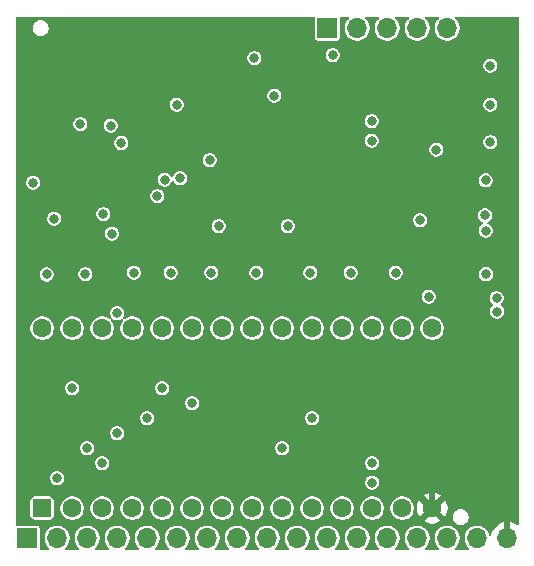
<source format=gbr>
%TF.GenerationSoftware,KiCad,Pcbnew,9.0.0*%
%TF.CreationDate,2025-03-27T21:27:03+00:00*%
%TF.ProjectId,MiniEconetModule,4d696e69-4563-46f6-9e65-744d6f64756c,02b*%
%TF.SameCoordinates,Original*%
%TF.FileFunction,Copper,L2,Inr*%
%TF.FilePolarity,Positive*%
%FSLAX46Y46*%
G04 Gerber Fmt 4.6, Leading zero omitted, Abs format (unit mm)*
G04 Created by KiCad (PCBNEW 9.0.0) date 2025-03-27 21:27:03*
%MOMM*%
%LPD*%
G01*
G04 APERTURE LIST*
G04 Aperture macros list*
%AMRoundRect*
0 Rectangle with rounded corners*
0 $1 Rounding radius*
0 $2 $3 $4 $5 $6 $7 $8 $9 X,Y pos of 4 corners*
0 Add a 4 corners polygon primitive as box body*
4,1,4,$2,$3,$4,$5,$6,$7,$8,$9,$2,$3,0*
0 Add four circle primitives for the rounded corners*
1,1,$1+$1,$2,$3*
1,1,$1+$1,$4,$5*
1,1,$1+$1,$6,$7*
1,1,$1+$1,$8,$9*
0 Add four rect primitives between the rounded corners*
20,1,$1+$1,$2,$3,$4,$5,0*
20,1,$1+$1,$4,$5,$6,$7,0*
20,1,$1+$1,$6,$7,$8,$9,0*
20,1,$1+$1,$8,$9,$2,$3,0*%
G04 Aperture macros list end*
%TA.AperFunction,ComponentPad*%
%ADD10RoundRect,0.250000X0.550000X-0.550000X0.550000X0.550000X-0.550000X0.550000X-0.550000X-0.550000X0*%
%TD*%
%TA.AperFunction,ComponentPad*%
%ADD11C,1.600000*%
%TD*%
%TA.AperFunction,ComponentPad*%
%ADD12R,1.700000X1.700000*%
%TD*%
%TA.AperFunction,ComponentPad*%
%ADD13O,1.700000X1.700000*%
%TD*%
%TA.AperFunction,ViaPad*%
%ADD14C,0.800000*%
%TD*%
%TA.AperFunction,Conductor*%
%ADD15C,0.500000*%
%TD*%
G04 APERTURE END LIST*
D10*
X110075000Y-100805000D03*
D11*
X112615000Y-100805000D03*
X115155000Y-100805000D03*
X117695000Y-100805000D03*
X120235000Y-100805000D03*
X122775000Y-100805000D03*
X125315000Y-100805000D03*
X127855000Y-100805000D03*
X130395000Y-100805000D03*
X132935000Y-100805000D03*
X135475000Y-100805000D03*
X138015000Y-100805000D03*
X140555000Y-100805000D03*
X143095000Y-100805000D03*
X143095000Y-85565000D03*
X140555000Y-85565000D03*
X138015000Y-85565000D03*
X135475000Y-85565000D03*
X132935000Y-85565000D03*
X130395000Y-85565000D03*
X127855000Y-85565000D03*
X125315000Y-85565000D03*
X122775000Y-85565000D03*
X120235000Y-85565000D03*
X117695000Y-85565000D03*
X115155000Y-85565000D03*
X112615000Y-85565000D03*
X110075000Y-85565000D03*
D12*
X108805000Y-103345000D03*
D13*
X111345000Y-103345000D03*
X113885000Y-103345000D03*
X116425000Y-103345000D03*
X118965000Y-103345000D03*
X121505000Y-103345000D03*
X124045000Y-103345000D03*
X126585000Y-103345000D03*
X129125000Y-103345000D03*
X131665000Y-103345000D03*
X134205000Y-103345000D03*
X136745000Y-103345000D03*
X139285000Y-103345000D03*
X141825000Y-103345000D03*
X144365000Y-103345000D03*
X146905000Y-103345000D03*
X149445000Y-103345000D03*
D12*
X134205000Y-60165000D03*
D13*
X136745000Y-60165000D03*
X139285000Y-60165000D03*
X141825000Y-60165000D03*
X144365000Y-60165000D03*
D14*
X137989000Y-68039000D03*
X136211000Y-80866000D03*
X132782000Y-80866000D03*
X128210000Y-80866000D03*
X124400000Y-80866000D03*
X120463000Y-72992000D03*
X120971000Y-80866000D03*
X116771000Y-69891989D03*
X134687000Y-62451000D03*
X121479000Y-66642000D03*
X113303000Y-68293000D03*
X142079000Y-76421000D03*
X128035000Y-62705000D03*
X109313000Y-73246000D03*
X129734000Y-65880000D03*
X140021000Y-80866000D03*
X117842318Y-80866000D03*
X138015000Y-98646000D03*
X147640675Y-73053711D03*
X111091000Y-76294000D03*
X147576000Y-76012130D03*
X147638000Y-77310000D03*
X126305000Y-76167000D03*
X120082000Y-78453000D03*
X131893000Y-78453000D03*
X112057000Y-69870001D03*
X138370000Y-76421000D03*
X126813000Y-63924200D03*
X144339000Y-80866000D03*
X133290000Y-73119000D03*
X124273000Y-69690000D03*
X117923000Y-68928000D03*
X119828000Y-74389000D03*
X130877000Y-76929000D03*
X125035000Y-76929000D03*
X115980500Y-77564000D03*
X143450000Y-70452000D03*
X137989000Y-69690000D03*
X112615000Y-90645000D03*
X110454063Y-81020992D03*
X138015000Y-96995000D03*
X148022000Y-66642000D03*
X115155000Y-96995000D03*
X148567000Y-83025000D03*
X142815000Y-82898000D03*
X120235000Y-90645000D03*
X122775000Y-91915000D03*
X148595000Y-84168000D03*
X148022000Y-63340000D03*
X124273000Y-71341000D03*
X113732000Y-80993000D03*
X115256000Y-75913000D03*
X147649347Y-80975347D03*
X121759000Y-72865000D03*
X113885000Y-95725000D03*
X130395000Y-95725000D03*
X132935000Y-93185000D03*
X118965000Y-93185000D03*
X111345000Y-98265000D03*
X116425000Y-94455000D03*
X116425000Y-84295000D03*
X115891000Y-68420000D03*
X148022000Y-69817000D03*
D15*
X144339000Y-78453000D02*
X144339000Y-80866000D01*
X143196000Y-98519000D02*
X149445000Y-98519000D01*
X126305000Y-73119000D02*
X133290000Y-73119000D01*
X123688800Y-63924200D02*
X123257000Y-64356000D01*
X123257000Y-69690000D02*
X123257000Y-64356000D01*
X126305000Y-78453000D02*
X131893000Y-78453000D01*
X112057000Y-69870001D02*
X112057000Y-71545000D01*
X126305000Y-76167000D02*
X126305000Y-73119000D01*
X123257000Y-73119000D02*
X126305000Y-73119000D01*
X133290000Y-78453000D02*
X131893000Y-78453000D01*
X144339000Y-78453000D02*
X149191000Y-78453000D01*
X149445000Y-100805000D02*
X149445000Y-98519000D01*
X126305000Y-76167000D02*
X126305000Y-78453000D01*
X149445000Y-78707000D02*
X149191000Y-78453000D01*
X126305000Y-78453000D02*
X120082000Y-78453000D01*
X122114000Y-71976000D02*
X123257000Y-73119000D01*
X124273000Y-69690000D02*
X123257000Y-69690000D01*
X133290000Y-73119000D02*
X133290000Y-78453000D01*
X112057000Y-71545000D02*
X112488000Y-71976000D01*
X138370000Y-76421000D02*
X138370000Y-78453000D01*
X117923000Y-68928000D02*
X117923000Y-71976000D01*
X122114000Y-71976000D02*
X117923000Y-71976000D01*
X133290000Y-78453000D02*
X138370000Y-78453000D01*
X117923000Y-71976000D02*
X112488000Y-71976000D01*
X126813000Y-63924200D02*
X123688800Y-63924200D01*
X123257000Y-73119000D02*
X123257000Y-69690000D01*
X149445000Y-103345000D02*
X149445000Y-100805000D01*
X143095000Y-98620000D02*
X143196000Y-98519000D01*
X143095000Y-100805000D02*
X143095000Y-98620000D01*
X149445000Y-98519000D02*
X149445000Y-78707000D01*
X138370000Y-78453000D02*
X144339000Y-78453000D01*
%TA.AperFunction,Conductor*%
G36*
X133113691Y-59214407D02*
G01*
X133149655Y-59263907D01*
X133154500Y-59294500D01*
X133154500Y-61034746D01*
X133154501Y-61034758D01*
X133166132Y-61093227D01*
X133166134Y-61093233D01*
X133210445Y-61159548D01*
X133210448Y-61159552D01*
X133276769Y-61203867D01*
X133321231Y-61212711D01*
X133335241Y-61215498D01*
X133335246Y-61215498D01*
X133335252Y-61215500D01*
X133335253Y-61215500D01*
X135074747Y-61215500D01*
X135074748Y-61215500D01*
X135133231Y-61203867D01*
X135199552Y-61159552D01*
X135243867Y-61093231D01*
X135255500Y-61034748D01*
X135255500Y-59295252D01*
X135255500Y-59294500D01*
X135274407Y-59236309D01*
X135323907Y-59200345D01*
X135354500Y-59195500D01*
X135989861Y-59195500D01*
X136048052Y-59214407D01*
X136084016Y-59263907D01*
X136084016Y-59325093D01*
X136059866Y-59364501D01*
X135935868Y-59488500D01*
X135929020Y-59495348D01*
X135814058Y-59667402D01*
X135734869Y-59858581D01*
X135694500Y-60061532D01*
X135694500Y-60268467D01*
X135734869Y-60471418D01*
X135814058Y-60662597D01*
X135916225Y-60815502D01*
X135929023Y-60834655D01*
X136075345Y-60980977D01*
X136247402Y-61095941D01*
X136438580Y-61175130D01*
X136641535Y-61215500D01*
X136641536Y-61215500D01*
X136848464Y-61215500D01*
X136848465Y-61215500D01*
X137051420Y-61175130D01*
X137242598Y-61095941D01*
X137414655Y-60980977D01*
X137560977Y-60834655D01*
X137675941Y-60662598D01*
X137755130Y-60471420D01*
X137795500Y-60268465D01*
X137795500Y-60061535D01*
X137755130Y-59858580D01*
X137675941Y-59667402D01*
X137560977Y-59495345D01*
X137430133Y-59364501D01*
X137402358Y-59309987D01*
X137411929Y-59249555D01*
X137455194Y-59206290D01*
X137500139Y-59195500D01*
X138529861Y-59195500D01*
X138588052Y-59214407D01*
X138624016Y-59263907D01*
X138624016Y-59325093D01*
X138599866Y-59364501D01*
X138475868Y-59488500D01*
X138469020Y-59495348D01*
X138354058Y-59667402D01*
X138274869Y-59858581D01*
X138234500Y-60061532D01*
X138234500Y-60268467D01*
X138274869Y-60471418D01*
X138354058Y-60662597D01*
X138456225Y-60815502D01*
X138469023Y-60834655D01*
X138615345Y-60980977D01*
X138787402Y-61095941D01*
X138978580Y-61175130D01*
X139181535Y-61215500D01*
X139181536Y-61215500D01*
X139388464Y-61215500D01*
X139388465Y-61215500D01*
X139591420Y-61175130D01*
X139782598Y-61095941D01*
X139954655Y-60980977D01*
X140100977Y-60834655D01*
X140215941Y-60662598D01*
X140295130Y-60471420D01*
X140335500Y-60268465D01*
X140335500Y-60061535D01*
X140295130Y-59858580D01*
X140215941Y-59667402D01*
X140100977Y-59495345D01*
X139970133Y-59364501D01*
X139942358Y-59309987D01*
X139951929Y-59249555D01*
X139995194Y-59206290D01*
X140040139Y-59195500D01*
X141069861Y-59195500D01*
X141128052Y-59214407D01*
X141164016Y-59263907D01*
X141164016Y-59325093D01*
X141139866Y-59364501D01*
X141015868Y-59488500D01*
X141009020Y-59495348D01*
X140894058Y-59667402D01*
X140814869Y-59858581D01*
X140774500Y-60061532D01*
X140774500Y-60268467D01*
X140814869Y-60471418D01*
X140894058Y-60662597D01*
X140996225Y-60815502D01*
X141009023Y-60834655D01*
X141155345Y-60980977D01*
X141327402Y-61095941D01*
X141518580Y-61175130D01*
X141721535Y-61215500D01*
X141721536Y-61215500D01*
X141928464Y-61215500D01*
X141928465Y-61215500D01*
X142131420Y-61175130D01*
X142322598Y-61095941D01*
X142494655Y-60980977D01*
X142640977Y-60834655D01*
X142755941Y-60662598D01*
X142835130Y-60471420D01*
X142875500Y-60268465D01*
X142875500Y-60061535D01*
X142835130Y-59858580D01*
X142755941Y-59667402D01*
X142640977Y-59495345D01*
X142510133Y-59364501D01*
X142482358Y-59309987D01*
X142491929Y-59249555D01*
X142535194Y-59206290D01*
X142580139Y-59195500D01*
X143609861Y-59195500D01*
X143668052Y-59214407D01*
X143704016Y-59263907D01*
X143704016Y-59325093D01*
X143679866Y-59364501D01*
X143555868Y-59488500D01*
X143549020Y-59495348D01*
X143434058Y-59667402D01*
X143354869Y-59858581D01*
X143314500Y-60061532D01*
X143314500Y-60268467D01*
X143354869Y-60471418D01*
X143434058Y-60662597D01*
X143536225Y-60815502D01*
X143549023Y-60834655D01*
X143695345Y-60980977D01*
X143867402Y-61095941D01*
X144058580Y-61175130D01*
X144261535Y-61215500D01*
X144261536Y-61215500D01*
X144468464Y-61215500D01*
X144468465Y-61215500D01*
X144671420Y-61175130D01*
X144862598Y-61095941D01*
X145034655Y-60980977D01*
X145180977Y-60834655D01*
X145295941Y-60662598D01*
X145375130Y-60471420D01*
X145415500Y-60268465D01*
X145415500Y-60061535D01*
X145375130Y-59858580D01*
X145295941Y-59667402D01*
X145180977Y-59495345D01*
X145050133Y-59364501D01*
X145022358Y-59309987D01*
X145031929Y-59249555D01*
X145075194Y-59206290D01*
X145120139Y-59195500D01*
X150315500Y-59195500D01*
X150373691Y-59214407D01*
X150409655Y-59263907D01*
X150414500Y-59294500D01*
X150414500Y-102176504D01*
X150395593Y-102234695D01*
X150346093Y-102270659D01*
X150284907Y-102270659D01*
X150257309Y-102256597D01*
X150156744Y-102183532D01*
X149966289Y-102086491D01*
X149762996Y-102020438D01*
X149699000Y-102010301D01*
X149699000Y-102914297D01*
X149637993Y-102879075D01*
X149510826Y-102845000D01*
X149379174Y-102845000D01*
X149252007Y-102879075D01*
X149191000Y-102914297D01*
X149191000Y-102010302D01*
X149190999Y-102010301D01*
X149127003Y-102020438D01*
X148923710Y-102086491D01*
X148733253Y-102183533D01*
X148733247Y-102183537D01*
X148560328Y-102309171D01*
X148409171Y-102460328D01*
X148283537Y-102633247D01*
X148283533Y-102633253D01*
X148186491Y-102823710D01*
X148120438Y-103027001D01*
X148115131Y-103060508D01*
X148087352Y-103115024D01*
X148032835Y-103142800D01*
X147972403Y-103133228D01*
X147929139Y-103089962D01*
X147920252Y-103064332D01*
X147919491Y-103060508D01*
X147915130Y-103038580D01*
X147835941Y-102847402D01*
X147720977Y-102675345D01*
X147574655Y-102529023D01*
X147494182Y-102475253D01*
X147402597Y-102414058D01*
X147211418Y-102334869D01*
X147008467Y-102294500D01*
X147008465Y-102294500D01*
X146801535Y-102294500D01*
X146801532Y-102294500D01*
X146598581Y-102334869D01*
X146407402Y-102414058D01*
X146235348Y-102529020D01*
X146089020Y-102675348D01*
X145974058Y-102847402D01*
X145894869Y-103038581D01*
X145854500Y-103241532D01*
X145854500Y-103448467D01*
X145894869Y-103651418D01*
X145974058Y-103842597D01*
X146089020Y-104014651D01*
X146089023Y-104014655D01*
X146219866Y-104145498D01*
X146247642Y-104200013D01*
X146238071Y-104260445D01*
X146194806Y-104303710D01*
X146149861Y-104314500D01*
X145120139Y-104314500D01*
X145061948Y-104295593D01*
X145025984Y-104246093D01*
X145025984Y-104184907D01*
X145050133Y-104145498D01*
X145180977Y-104014655D01*
X145295941Y-103842598D01*
X145375130Y-103651420D01*
X145415500Y-103448465D01*
X145415500Y-103241535D01*
X145375130Y-103038580D01*
X145295941Y-102847402D01*
X145180977Y-102675345D01*
X145034655Y-102529023D01*
X144954182Y-102475253D01*
X144862597Y-102414058D01*
X144671418Y-102334869D01*
X144468467Y-102294500D01*
X144468465Y-102294500D01*
X144261535Y-102294500D01*
X144261532Y-102294500D01*
X144058581Y-102334869D01*
X143867402Y-102414058D01*
X143695348Y-102529020D01*
X143549020Y-102675348D01*
X143434058Y-102847402D01*
X143354869Y-103038581D01*
X143314500Y-103241532D01*
X143314500Y-103448467D01*
X143354869Y-103651418D01*
X143434058Y-103842597D01*
X143549020Y-104014651D01*
X143549023Y-104014655D01*
X143679866Y-104145498D01*
X143707642Y-104200013D01*
X143698071Y-104260445D01*
X143654806Y-104303710D01*
X143609861Y-104314500D01*
X142580139Y-104314500D01*
X142521948Y-104295593D01*
X142485984Y-104246093D01*
X142485984Y-104184907D01*
X142510133Y-104145498D01*
X142640977Y-104014655D01*
X142755941Y-103842598D01*
X142835130Y-103651420D01*
X142875500Y-103448465D01*
X142875500Y-103241535D01*
X142835130Y-103038580D01*
X142755941Y-102847402D01*
X142640977Y-102675345D01*
X142494655Y-102529023D01*
X142414182Y-102475253D01*
X142322597Y-102414058D01*
X142131418Y-102334869D01*
X141928467Y-102294500D01*
X141928465Y-102294500D01*
X141721535Y-102294500D01*
X141721532Y-102294500D01*
X141518581Y-102334869D01*
X141327402Y-102414058D01*
X141155348Y-102529020D01*
X141009020Y-102675348D01*
X140894058Y-102847402D01*
X140814869Y-103038581D01*
X140774500Y-103241532D01*
X140774500Y-103448467D01*
X140814869Y-103651418D01*
X140894058Y-103842597D01*
X141009020Y-104014651D01*
X141009023Y-104014655D01*
X141139866Y-104145498D01*
X141167642Y-104200013D01*
X141158071Y-104260445D01*
X141114806Y-104303710D01*
X141069861Y-104314500D01*
X140040139Y-104314500D01*
X139981948Y-104295593D01*
X139945984Y-104246093D01*
X139945984Y-104184907D01*
X139970133Y-104145498D01*
X140100977Y-104014655D01*
X140215941Y-103842598D01*
X140295130Y-103651420D01*
X140335500Y-103448465D01*
X140335500Y-103241535D01*
X140295130Y-103038580D01*
X140215941Y-102847402D01*
X140100977Y-102675345D01*
X139954655Y-102529023D01*
X139874182Y-102475253D01*
X139782597Y-102414058D01*
X139591418Y-102334869D01*
X139388467Y-102294500D01*
X139388465Y-102294500D01*
X139181535Y-102294500D01*
X139181532Y-102294500D01*
X138978581Y-102334869D01*
X138787402Y-102414058D01*
X138615348Y-102529020D01*
X138469020Y-102675348D01*
X138354058Y-102847402D01*
X138274869Y-103038581D01*
X138234500Y-103241532D01*
X138234500Y-103448467D01*
X138274869Y-103651418D01*
X138354058Y-103842597D01*
X138469020Y-104014651D01*
X138469023Y-104014655D01*
X138599866Y-104145498D01*
X138627642Y-104200013D01*
X138618071Y-104260445D01*
X138574806Y-104303710D01*
X138529861Y-104314500D01*
X137500139Y-104314500D01*
X137441948Y-104295593D01*
X137405984Y-104246093D01*
X137405984Y-104184907D01*
X137430133Y-104145498D01*
X137560977Y-104014655D01*
X137675941Y-103842598D01*
X137755130Y-103651420D01*
X137795500Y-103448465D01*
X137795500Y-103241535D01*
X137755130Y-103038580D01*
X137675941Y-102847402D01*
X137560977Y-102675345D01*
X137414655Y-102529023D01*
X137334182Y-102475253D01*
X137242597Y-102414058D01*
X137051418Y-102334869D01*
X136848467Y-102294500D01*
X136848465Y-102294500D01*
X136641535Y-102294500D01*
X136641532Y-102294500D01*
X136438581Y-102334869D01*
X136247402Y-102414058D01*
X136075348Y-102529020D01*
X135929020Y-102675348D01*
X135814058Y-102847402D01*
X135734869Y-103038581D01*
X135694500Y-103241532D01*
X135694500Y-103448467D01*
X135734869Y-103651418D01*
X135814058Y-103842597D01*
X135929020Y-104014651D01*
X135929023Y-104014655D01*
X136059866Y-104145498D01*
X136087642Y-104200013D01*
X136078071Y-104260445D01*
X136034806Y-104303710D01*
X135989861Y-104314500D01*
X134960139Y-104314500D01*
X134901948Y-104295593D01*
X134865984Y-104246093D01*
X134865984Y-104184907D01*
X134890133Y-104145498D01*
X135020977Y-104014655D01*
X135135941Y-103842598D01*
X135215130Y-103651420D01*
X135255500Y-103448465D01*
X135255500Y-103241535D01*
X135215130Y-103038580D01*
X135135941Y-102847402D01*
X135020977Y-102675345D01*
X134874655Y-102529023D01*
X134794182Y-102475253D01*
X134702597Y-102414058D01*
X134511418Y-102334869D01*
X134308467Y-102294500D01*
X134308465Y-102294500D01*
X134101535Y-102294500D01*
X134101532Y-102294500D01*
X133898581Y-102334869D01*
X133707402Y-102414058D01*
X133535348Y-102529020D01*
X133389020Y-102675348D01*
X133274058Y-102847402D01*
X133194869Y-103038581D01*
X133154500Y-103241532D01*
X133154500Y-103448467D01*
X133194869Y-103651418D01*
X133274058Y-103842597D01*
X133389020Y-104014651D01*
X133389023Y-104014655D01*
X133519866Y-104145498D01*
X133547642Y-104200013D01*
X133538071Y-104260445D01*
X133494806Y-104303710D01*
X133449861Y-104314500D01*
X132420139Y-104314500D01*
X132361948Y-104295593D01*
X132325984Y-104246093D01*
X132325984Y-104184907D01*
X132350133Y-104145498D01*
X132480977Y-104014655D01*
X132595941Y-103842598D01*
X132675130Y-103651420D01*
X132715500Y-103448465D01*
X132715500Y-103241535D01*
X132675130Y-103038580D01*
X132595941Y-102847402D01*
X132480977Y-102675345D01*
X132334655Y-102529023D01*
X132254182Y-102475253D01*
X132162597Y-102414058D01*
X131971418Y-102334869D01*
X131768467Y-102294500D01*
X131768465Y-102294500D01*
X131561535Y-102294500D01*
X131561532Y-102294500D01*
X131358581Y-102334869D01*
X131167402Y-102414058D01*
X130995348Y-102529020D01*
X130849020Y-102675348D01*
X130734058Y-102847402D01*
X130654869Y-103038581D01*
X130614500Y-103241532D01*
X130614500Y-103448467D01*
X130654869Y-103651418D01*
X130734058Y-103842597D01*
X130849020Y-104014651D01*
X130849023Y-104014655D01*
X130979866Y-104145498D01*
X131007642Y-104200013D01*
X130998071Y-104260445D01*
X130954806Y-104303710D01*
X130909861Y-104314500D01*
X129880139Y-104314500D01*
X129821948Y-104295593D01*
X129785984Y-104246093D01*
X129785984Y-104184907D01*
X129810133Y-104145498D01*
X129940977Y-104014655D01*
X130055941Y-103842598D01*
X130135130Y-103651420D01*
X130175500Y-103448465D01*
X130175500Y-103241535D01*
X130135130Y-103038580D01*
X130055941Y-102847402D01*
X129940977Y-102675345D01*
X129794655Y-102529023D01*
X129714182Y-102475253D01*
X129622597Y-102414058D01*
X129431418Y-102334869D01*
X129228467Y-102294500D01*
X129228465Y-102294500D01*
X129021535Y-102294500D01*
X129021532Y-102294500D01*
X128818581Y-102334869D01*
X128627402Y-102414058D01*
X128455348Y-102529020D01*
X128309020Y-102675348D01*
X128194058Y-102847402D01*
X128114869Y-103038581D01*
X128074500Y-103241532D01*
X128074500Y-103448467D01*
X128114869Y-103651418D01*
X128194058Y-103842597D01*
X128309020Y-104014651D01*
X128309023Y-104014655D01*
X128439866Y-104145498D01*
X128467642Y-104200013D01*
X128458071Y-104260445D01*
X128414806Y-104303710D01*
X128369861Y-104314500D01*
X127340139Y-104314500D01*
X127281948Y-104295593D01*
X127245984Y-104246093D01*
X127245984Y-104184907D01*
X127270133Y-104145498D01*
X127400977Y-104014655D01*
X127515941Y-103842598D01*
X127595130Y-103651420D01*
X127635500Y-103448465D01*
X127635500Y-103241535D01*
X127595130Y-103038580D01*
X127515941Y-102847402D01*
X127400977Y-102675345D01*
X127254655Y-102529023D01*
X127174182Y-102475253D01*
X127082597Y-102414058D01*
X126891418Y-102334869D01*
X126688467Y-102294500D01*
X126688465Y-102294500D01*
X126481535Y-102294500D01*
X126481532Y-102294500D01*
X126278581Y-102334869D01*
X126087402Y-102414058D01*
X125915348Y-102529020D01*
X125769020Y-102675348D01*
X125654058Y-102847402D01*
X125574869Y-103038581D01*
X125534500Y-103241532D01*
X125534500Y-103448467D01*
X125574869Y-103651418D01*
X125654058Y-103842597D01*
X125769020Y-104014651D01*
X125769023Y-104014655D01*
X125899866Y-104145498D01*
X125927642Y-104200013D01*
X125918071Y-104260445D01*
X125874806Y-104303710D01*
X125829861Y-104314500D01*
X124800139Y-104314500D01*
X124741948Y-104295593D01*
X124705984Y-104246093D01*
X124705984Y-104184907D01*
X124730133Y-104145498D01*
X124860977Y-104014655D01*
X124975941Y-103842598D01*
X125055130Y-103651420D01*
X125095500Y-103448465D01*
X125095500Y-103241535D01*
X125055130Y-103038580D01*
X124975941Y-102847402D01*
X124860977Y-102675345D01*
X124714655Y-102529023D01*
X124634182Y-102475253D01*
X124542597Y-102414058D01*
X124351418Y-102334869D01*
X124148467Y-102294500D01*
X124148465Y-102294500D01*
X123941535Y-102294500D01*
X123941532Y-102294500D01*
X123738581Y-102334869D01*
X123547402Y-102414058D01*
X123375348Y-102529020D01*
X123229020Y-102675348D01*
X123114058Y-102847402D01*
X123034869Y-103038581D01*
X122994500Y-103241532D01*
X122994500Y-103448467D01*
X123034869Y-103651418D01*
X123114058Y-103842597D01*
X123229020Y-104014651D01*
X123229023Y-104014655D01*
X123359866Y-104145498D01*
X123387642Y-104200013D01*
X123378071Y-104260445D01*
X123334806Y-104303710D01*
X123289861Y-104314500D01*
X122260139Y-104314500D01*
X122201948Y-104295593D01*
X122165984Y-104246093D01*
X122165984Y-104184907D01*
X122190133Y-104145498D01*
X122320977Y-104014655D01*
X122435941Y-103842598D01*
X122515130Y-103651420D01*
X122555500Y-103448465D01*
X122555500Y-103241535D01*
X122515130Y-103038580D01*
X122435941Y-102847402D01*
X122320977Y-102675345D01*
X122174655Y-102529023D01*
X122094182Y-102475253D01*
X122002597Y-102414058D01*
X121811418Y-102334869D01*
X121608467Y-102294500D01*
X121608465Y-102294500D01*
X121401535Y-102294500D01*
X121401532Y-102294500D01*
X121198581Y-102334869D01*
X121007402Y-102414058D01*
X120835348Y-102529020D01*
X120689020Y-102675348D01*
X120574058Y-102847402D01*
X120494869Y-103038581D01*
X120454500Y-103241532D01*
X120454500Y-103448467D01*
X120494869Y-103651418D01*
X120574058Y-103842597D01*
X120689020Y-104014651D01*
X120689023Y-104014655D01*
X120819866Y-104145498D01*
X120847642Y-104200013D01*
X120838071Y-104260445D01*
X120794806Y-104303710D01*
X120749861Y-104314500D01*
X119720139Y-104314500D01*
X119661948Y-104295593D01*
X119625984Y-104246093D01*
X119625984Y-104184907D01*
X119650133Y-104145498D01*
X119780977Y-104014655D01*
X119895941Y-103842598D01*
X119975130Y-103651420D01*
X120015500Y-103448465D01*
X120015500Y-103241535D01*
X119975130Y-103038580D01*
X119895941Y-102847402D01*
X119780977Y-102675345D01*
X119634655Y-102529023D01*
X119554182Y-102475253D01*
X119462597Y-102414058D01*
X119271418Y-102334869D01*
X119068467Y-102294500D01*
X119068465Y-102294500D01*
X118861535Y-102294500D01*
X118861532Y-102294500D01*
X118658581Y-102334869D01*
X118467402Y-102414058D01*
X118295348Y-102529020D01*
X118149020Y-102675348D01*
X118034058Y-102847402D01*
X117954869Y-103038581D01*
X117914500Y-103241532D01*
X117914500Y-103448467D01*
X117954869Y-103651418D01*
X118034058Y-103842597D01*
X118149020Y-104014651D01*
X118149023Y-104014655D01*
X118279866Y-104145498D01*
X118307642Y-104200013D01*
X118298071Y-104260445D01*
X118254806Y-104303710D01*
X118209861Y-104314500D01*
X117180139Y-104314500D01*
X117121948Y-104295593D01*
X117085984Y-104246093D01*
X117085984Y-104184907D01*
X117110133Y-104145498D01*
X117240977Y-104014655D01*
X117355941Y-103842598D01*
X117435130Y-103651420D01*
X117475500Y-103448465D01*
X117475500Y-103241535D01*
X117435130Y-103038580D01*
X117355941Y-102847402D01*
X117240977Y-102675345D01*
X117094655Y-102529023D01*
X117014182Y-102475253D01*
X116922597Y-102414058D01*
X116731418Y-102334869D01*
X116528467Y-102294500D01*
X116528465Y-102294500D01*
X116321535Y-102294500D01*
X116321532Y-102294500D01*
X116118581Y-102334869D01*
X115927402Y-102414058D01*
X115755348Y-102529020D01*
X115609020Y-102675348D01*
X115494058Y-102847402D01*
X115414869Y-103038581D01*
X115374500Y-103241532D01*
X115374500Y-103448467D01*
X115414869Y-103651418D01*
X115494058Y-103842597D01*
X115609020Y-104014651D01*
X115609023Y-104014655D01*
X115739866Y-104145498D01*
X115767642Y-104200013D01*
X115758071Y-104260445D01*
X115714806Y-104303710D01*
X115669861Y-104314500D01*
X114640139Y-104314500D01*
X114581948Y-104295593D01*
X114545984Y-104246093D01*
X114545984Y-104184907D01*
X114570133Y-104145498D01*
X114700977Y-104014655D01*
X114815941Y-103842598D01*
X114895130Y-103651420D01*
X114935500Y-103448465D01*
X114935500Y-103241535D01*
X114895130Y-103038580D01*
X114815941Y-102847402D01*
X114700977Y-102675345D01*
X114554655Y-102529023D01*
X114474182Y-102475253D01*
X114382597Y-102414058D01*
X114191418Y-102334869D01*
X113988467Y-102294500D01*
X113988465Y-102294500D01*
X113781535Y-102294500D01*
X113781532Y-102294500D01*
X113578581Y-102334869D01*
X113387402Y-102414058D01*
X113215348Y-102529020D01*
X113069020Y-102675348D01*
X112954058Y-102847402D01*
X112874869Y-103038581D01*
X112834500Y-103241532D01*
X112834500Y-103448467D01*
X112874869Y-103651418D01*
X112954058Y-103842597D01*
X113069020Y-104014651D01*
X113069023Y-104014655D01*
X113199866Y-104145498D01*
X113227642Y-104200013D01*
X113218071Y-104260445D01*
X113174806Y-104303710D01*
X113129861Y-104314500D01*
X112100139Y-104314500D01*
X112041948Y-104295593D01*
X112005984Y-104246093D01*
X112005984Y-104184907D01*
X112030133Y-104145498D01*
X112160977Y-104014655D01*
X112275941Y-103842598D01*
X112355130Y-103651420D01*
X112395500Y-103448465D01*
X112395500Y-103241535D01*
X112355130Y-103038580D01*
X112275941Y-102847402D01*
X112160977Y-102675345D01*
X112014655Y-102529023D01*
X111934182Y-102475253D01*
X111842597Y-102414058D01*
X111651418Y-102334869D01*
X111448467Y-102294500D01*
X111448465Y-102294500D01*
X111241535Y-102294500D01*
X111241532Y-102294500D01*
X111038581Y-102334869D01*
X110847402Y-102414058D01*
X110675348Y-102529020D01*
X110529020Y-102675348D01*
X110414058Y-102847402D01*
X110334869Y-103038581D01*
X110294500Y-103241532D01*
X110294500Y-103448467D01*
X110334869Y-103651418D01*
X110414058Y-103842597D01*
X110529020Y-104014651D01*
X110529023Y-104014655D01*
X110659866Y-104145498D01*
X110687642Y-104200013D01*
X110678071Y-104260445D01*
X110634806Y-104303710D01*
X110589861Y-104314500D01*
X109954500Y-104314500D01*
X109896309Y-104295593D01*
X109860345Y-104246093D01*
X109855500Y-104215500D01*
X109855500Y-102475253D01*
X109855498Y-102475241D01*
X109852531Y-102460328D01*
X109843867Y-102416769D01*
X109799552Y-102350448D01*
X109799548Y-102350445D01*
X109733233Y-102306134D01*
X109733231Y-102306133D01*
X109733228Y-102306132D01*
X109733227Y-102306132D01*
X109674758Y-102294501D01*
X109674748Y-102294500D01*
X107935252Y-102294500D01*
X107934500Y-102294500D01*
X107876309Y-102275593D01*
X107840345Y-102226093D01*
X107835500Y-102195500D01*
X107835500Y-100200725D01*
X109074500Y-100200725D01*
X109074500Y-101409274D01*
X109077353Y-101439694D01*
X109077355Y-101439703D01*
X109122207Y-101567883D01*
X109202845Y-101677144D01*
X109202847Y-101677146D01*
X109202850Y-101677150D01*
X109202853Y-101677152D01*
X109202855Y-101677154D01*
X109312116Y-101757792D01*
X109312117Y-101757792D01*
X109312118Y-101757793D01*
X109440301Y-101802646D01*
X109470725Y-101805499D01*
X109470727Y-101805500D01*
X109470734Y-101805500D01*
X110679273Y-101805500D01*
X110679273Y-101805499D01*
X110709699Y-101802646D01*
X110837882Y-101757793D01*
X110947150Y-101677150D01*
X111027793Y-101567882D01*
X111072646Y-101439699D01*
X111075499Y-101409273D01*
X111075500Y-101409273D01*
X111075500Y-100706456D01*
X111614500Y-100706456D01*
X111614500Y-100903543D01*
X111652949Y-101096834D01*
X111652949Y-101096836D01*
X111728367Y-101278913D01*
X111728368Y-101278914D01*
X111837861Y-101442782D01*
X111977218Y-101582139D01*
X112141086Y-101691632D01*
X112323165Y-101767051D01*
X112516459Y-101805500D01*
X112516460Y-101805500D01*
X112713540Y-101805500D01*
X112713541Y-101805500D01*
X112906835Y-101767051D01*
X113088914Y-101691632D01*
X113252782Y-101582139D01*
X113392139Y-101442782D01*
X113501632Y-101278914D01*
X113577051Y-101096835D01*
X113615500Y-100903541D01*
X113615500Y-100706459D01*
X113615499Y-100706456D01*
X114154500Y-100706456D01*
X114154500Y-100903543D01*
X114192949Y-101096834D01*
X114192949Y-101096836D01*
X114268367Y-101278913D01*
X114268368Y-101278914D01*
X114377861Y-101442782D01*
X114517218Y-101582139D01*
X114681086Y-101691632D01*
X114863165Y-101767051D01*
X115056459Y-101805500D01*
X115056460Y-101805500D01*
X115253540Y-101805500D01*
X115253541Y-101805500D01*
X115446835Y-101767051D01*
X115628914Y-101691632D01*
X115792782Y-101582139D01*
X115932139Y-101442782D01*
X116041632Y-101278914D01*
X116117051Y-101096835D01*
X116155500Y-100903541D01*
X116155500Y-100706459D01*
X116155499Y-100706456D01*
X116694500Y-100706456D01*
X116694500Y-100903543D01*
X116732949Y-101096834D01*
X116732949Y-101096836D01*
X116808367Y-101278913D01*
X116808368Y-101278914D01*
X116917861Y-101442782D01*
X117057218Y-101582139D01*
X117221086Y-101691632D01*
X117403165Y-101767051D01*
X117596459Y-101805500D01*
X117596460Y-101805500D01*
X117793540Y-101805500D01*
X117793541Y-101805500D01*
X117986835Y-101767051D01*
X118168914Y-101691632D01*
X118332782Y-101582139D01*
X118472139Y-101442782D01*
X118581632Y-101278914D01*
X118657051Y-101096835D01*
X118695500Y-100903541D01*
X118695500Y-100706459D01*
X118695499Y-100706456D01*
X119234500Y-100706456D01*
X119234500Y-100903543D01*
X119272949Y-101096834D01*
X119272949Y-101096836D01*
X119348367Y-101278913D01*
X119348368Y-101278914D01*
X119457861Y-101442782D01*
X119597218Y-101582139D01*
X119761086Y-101691632D01*
X119943165Y-101767051D01*
X120136459Y-101805500D01*
X120136460Y-101805500D01*
X120333540Y-101805500D01*
X120333541Y-101805500D01*
X120526835Y-101767051D01*
X120708914Y-101691632D01*
X120872782Y-101582139D01*
X121012139Y-101442782D01*
X121121632Y-101278914D01*
X121197051Y-101096835D01*
X121235500Y-100903541D01*
X121235500Y-100706459D01*
X121235499Y-100706456D01*
X121774500Y-100706456D01*
X121774500Y-100903543D01*
X121812949Y-101096834D01*
X121812949Y-101096836D01*
X121888367Y-101278913D01*
X121888368Y-101278914D01*
X121997861Y-101442782D01*
X122137218Y-101582139D01*
X122301086Y-101691632D01*
X122483165Y-101767051D01*
X122676459Y-101805500D01*
X122676460Y-101805500D01*
X122873540Y-101805500D01*
X122873541Y-101805500D01*
X123066835Y-101767051D01*
X123248914Y-101691632D01*
X123412782Y-101582139D01*
X123552139Y-101442782D01*
X123661632Y-101278914D01*
X123737051Y-101096835D01*
X123775500Y-100903541D01*
X123775500Y-100706459D01*
X123775499Y-100706456D01*
X124314500Y-100706456D01*
X124314500Y-100903543D01*
X124352949Y-101096834D01*
X124352949Y-101096836D01*
X124428367Y-101278913D01*
X124428368Y-101278914D01*
X124537861Y-101442782D01*
X124677218Y-101582139D01*
X124841086Y-101691632D01*
X125023165Y-101767051D01*
X125216459Y-101805500D01*
X125216460Y-101805500D01*
X125413540Y-101805500D01*
X125413541Y-101805500D01*
X125606835Y-101767051D01*
X125788914Y-101691632D01*
X125952782Y-101582139D01*
X126092139Y-101442782D01*
X126201632Y-101278914D01*
X126277051Y-101096835D01*
X126315500Y-100903541D01*
X126315500Y-100706459D01*
X126315499Y-100706456D01*
X126854500Y-100706456D01*
X126854500Y-100903543D01*
X126892949Y-101096834D01*
X126892949Y-101096836D01*
X126968367Y-101278913D01*
X126968368Y-101278914D01*
X127077861Y-101442782D01*
X127217218Y-101582139D01*
X127381086Y-101691632D01*
X127563165Y-101767051D01*
X127756459Y-101805500D01*
X127756460Y-101805500D01*
X127953540Y-101805500D01*
X127953541Y-101805500D01*
X128146835Y-101767051D01*
X128328914Y-101691632D01*
X128492782Y-101582139D01*
X128632139Y-101442782D01*
X128741632Y-101278914D01*
X128817051Y-101096835D01*
X128855500Y-100903541D01*
X128855500Y-100706459D01*
X128855499Y-100706456D01*
X129394500Y-100706456D01*
X129394500Y-100903543D01*
X129432949Y-101096834D01*
X129432949Y-101096836D01*
X129508367Y-101278913D01*
X129508368Y-101278914D01*
X129617861Y-101442782D01*
X129757218Y-101582139D01*
X129921086Y-101691632D01*
X130103165Y-101767051D01*
X130296459Y-101805500D01*
X130296460Y-101805500D01*
X130493540Y-101805500D01*
X130493541Y-101805500D01*
X130686835Y-101767051D01*
X130868914Y-101691632D01*
X131032782Y-101582139D01*
X131172139Y-101442782D01*
X131281632Y-101278914D01*
X131357051Y-101096835D01*
X131395500Y-100903541D01*
X131395500Y-100706459D01*
X131395499Y-100706456D01*
X131934500Y-100706456D01*
X131934500Y-100903543D01*
X131972949Y-101096834D01*
X131972949Y-101096836D01*
X132048367Y-101278913D01*
X132048368Y-101278914D01*
X132157861Y-101442782D01*
X132297218Y-101582139D01*
X132461086Y-101691632D01*
X132643165Y-101767051D01*
X132836459Y-101805500D01*
X132836460Y-101805500D01*
X133033540Y-101805500D01*
X133033541Y-101805500D01*
X133226835Y-101767051D01*
X133408914Y-101691632D01*
X133572782Y-101582139D01*
X133712139Y-101442782D01*
X133821632Y-101278914D01*
X133897051Y-101096835D01*
X133935500Y-100903541D01*
X133935500Y-100706459D01*
X133935499Y-100706456D01*
X134474500Y-100706456D01*
X134474500Y-100903543D01*
X134512949Y-101096834D01*
X134512949Y-101096836D01*
X134588367Y-101278913D01*
X134588368Y-101278914D01*
X134697861Y-101442782D01*
X134837218Y-101582139D01*
X135001086Y-101691632D01*
X135183165Y-101767051D01*
X135376459Y-101805500D01*
X135376460Y-101805500D01*
X135573540Y-101805500D01*
X135573541Y-101805500D01*
X135766835Y-101767051D01*
X135948914Y-101691632D01*
X136112782Y-101582139D01*
X136252139Y-101442782D01*
X136361632Y-101278914D01*
X136437051Y-101096835D01*
X136475500Y-100903541D01*
X136475500Y-100706459D01*
X136475499Y-100706456D01*
X137014500Y-100706456D01*
X137014500Y-100903543D01*
X137052949Y-101096834D01*
X137052949Y-101096836D01*
X137128367Y-101278913D01*
X137128368Y-101278914D01*
X137237861Y-101442782D01*
X137377218Y-101582139D01*
X137541086Y-101691632D01*
X137723165Y-101767051D01*
X137916459Y-101805500D01*
X137916460Y-101805500D01*
X138113540Y-101805500D01*
X138113541Y-101805500D01*
X138306835Y-101767051D01*
X138488914Y-101691632D01*
X138652782Y-101582139D01*
X138792139Y-101442782D01*
X138901632Y-101278914D01*
X138977051Y-101096835D01*
X139015500Y-100903541D01*
X139015500Y-100706459D01*
X139015499Y-100706456D01*
X139554500Y-100706456D01*
X139554500Y-100903543D01*
X139592949Y-101096834D01*
X139592949Y-101096836D01*
X139668367Y-101278913D01*
X139668368Y-101278914D01*
X139777861Y-101442782D01*
X139917218Y-101582139D01*
X140081086Y-101691632D01*
X140263165Y-101767051D01*
X140456459Y-101805500D01*
X140456460Y-101805500D01*
X140653540Y-101805500D01*
X140653541Y-101805500D01*
X140846835Y-101767051D01*
X141028914Y-101691632D01*
X141192782Y-101582139D01*
X141332139Y-101442782D01*
X141441632Y-101278914D01*
X141517051Y-101096835D01*
X141555500Y-100903541D01*
X141555500Y-100706459D01*
X141555499Y-100706456D01*
X141554623Y-100702054D01*
X141787000Y-100702054D01*
X141787000Y-100907945D01*
X141819206Y-101111288D01*
X141882825Y-101307091D01*
X141976294Y-101490535D01*
X142007416Y-101533371D01*
X142695000Y-100845787D01*
X142695000Y-100857661D01*
X142722259Y-100959394D01*
X142774920Y-101050606D01*
X142849394Y-101125080D01*
X142940606Y-101177741D01*
X143042339Y-101205000D01*
X143054210Y-101205000D01*
X142366626Y-101892583D01*
X142409454Y-101923700D01*
X142409458Y-101923702D01*
X142592908Y-102017174D01*
X142788711Y-102080793D01*
X142992055Y-102113000D01*
X143197945Y-102113000D01*
X143401288Y-102080793D01*
X143597091Y-102017174D01*
X143780541Y-101923702D01*
X143780547Y-101923698D01*
X143823372Y-101892583D01*
X143823372Y-101892582D01*
X143135790Y-101205000D01*
X143147661Y-101205000D01*
X143249394Y-101177741D01*
X143340606Y-101125080D01*
X143415080Y-101050606D01*
X143467741Y-100959394D01*
X143495000Y-100857661D01*
X143495000Y-100845790D01*
X144182582Y-101533372D01*
X144182583Y-101533372D01*
X144206562Y-101500368D01*
X144831500Y-101500368D01*
X144831500Y-101633631D01*
X144857498Y-101764327D01*
X144857498Y-101764329D01*
X144874552Y-101805500D01*
X144908494Y-101887443D01*
X144982528Y-101998243D01*
X145076757Y-102092472D01*
X145187557Y-102166506D01*
X145310672Y-102217502D01*
X145441371Y-102243500D01*
X145441372Y-102243500D01*
X145574628Y-102243500D01*
X145574629Y-102243500D01*
X145705328Y-102217502D01*
X145828443Y-102166506D01*
X145939243Y-102092472D01*
X146033472Y-101998243D01*
X146107506Y-101887443D01*
X146158502Y-101764328D01*
X146184500Y-101633629D01*
X146184500Y-101500371D01*
X146158502Y-101369672D01*
X146107506Y-101246557D01*
X146033472Y-101135757D01*
X145939243Y-101041528D01*
X145828443Y-100967494D01*
X145705328Y-100916498D01*
X145662330Y-100907945D01*
X145574631Y-100890500D01*
X145574629Y-100890500D01*
X145441371Y-100890500D01*
X145441368Y-100890500D01*
X145310672Y-100916498D01*
X145310670Y-100916498D01*
X145187558Y-100967493D01*
X145076758Y-101041527D01*
X144982527Y-101135758D01*
X144908493Y-101246558D01*
X144857498Y-101369670D01*
X144857498Y-101369672D01*
X144831500Y-101500368D01*
X144206562Y-101500368D01*
X144213698Y-101490547D01*
X144213702Y-101490541D01*
X144234073Y-101450562D01*
X144307174Y-101307091D01*
X144370793Y-101111288D01*
X144403000Y-100907945D01*
X144403000Y-100702054D01*
X144370793Y-100498711D01*
X144307174Y-100302908D01*
X144213702Y-100119458D01*
X144213700Y-100119454D01*
X144182583Y-100076626D01*
X143495000Y-100764209D01*
X143495000Y-100752339D01*
X143467741Y-100650606D01*
X143415080Y-100559394D01*
X143340606Y-100484920D01*
X143249394Y-100432259D01*
X143147661Y-100405000D01*
X143135787Y-100405000D01*
X143823371Y-99717416D01*
X143780535Y-99686294D01*
X143597091Y-99592825D01*
X143401288Y-99529206D01*
X143197945Y-99497000D01*
X142992055Y-99497000D01*
X142788711Y-99529206D01*
X142592908Y-99592825D01*
X142409459Y-99686297D01*
X142366626Y-99717415D01*
X143054211Y-100405000D01*
X143042339Y-100405000D01*
X142940606Y-100432259D01*
X142849394Y-100484920D01*
X142774920Y-100559394D01*
X142722259Y-100650606D01*
X142695000Y-100752339D01*
X142695000Y-100764211D01*
X142007415Y-100076626D01*
X141976297Y-100119459D01*
X141882825Y-100302908D01*
X141819206Y-100498711D01*
X141787000Y-100702054D01*
X141554623Y-100702054D01*
X141544390Y-100650606D01*
X141517051Y-100513165D01*
X141441632Y-100331086D01*
X141332139Y-100167218D01*
X141192782Y-100027861D01*
X141083288Y-99954699D01*
X141028913Y-99918367D01*
X140855676Y-99846611D01*
X140846835Y-99842949D01*
X140653543Y-99804500D01*
X140653541Y-99804500D01*
X140456459Y-99804500D01*
X140456456Y-99804500D01*
X140263165Y-99842949D01*
X140263163Y-99842949D01*
X140081086Y-99918367D01*
X139917218Y-100027861D01*
X139917214Y-100027864D01*
X139777864Y-100167214D01*
X139777861Y-100167218D01*
X139668367Y-100331086D01*
X139592949Y-100513163D01*
X139592949Y-100513165D01*
X139554500Y-100706456D01*
X139015499Y-100706456D01*
X138977051Y-100513165D01*
X138901632Y-100331086D01*
X138792139Y-100167218D01*
X138652782Y-100027861D01*
X138543288Y-99954699D01*
X138488913Y-99918367D01*
X138306835Y-99842949D01*
X138113543Y-99804500D01*
X138113541Y-99804500D01*
X137916459Y-99804500D01*
X137916456Y-99804500D01*
X137723165Y-99842949D01*
X137723163Y-99842949D01*
X137541086Y-99918367D01*
X137377218Y-100027861D01*
X137377214Y-100027864D01*
X137237864Y-100167214D01*
X137237861Y-100167218D01*
X137128367Y-100331086D01*
X137052949Y-100513163D01*
X137052949Y-100513165D01*
X137014500Y-100706456D01*
X136475499Y-100706456D01*
X136437051Y-100513165D01*
X136361632Y-100331086D01*
X136252139Y-100167218D01*
X136112782Y-100027861D01*
X136003288Y-99954699D01*
X135948913Y-99918367D01*
X135766835Y-99842949D01*
X135573543Y-99804500D01*
X135573541Y-99804500D01*
X135376459Y-99804500D01*
X135376456Y-99804500D01*
X135183165Y-99842949D01*
X135183163Y-99842949D01*
X135001086Y-99918367D01*
X134837218Y-100027861D01*
X134837214Y-100027864D01*
X134697864Y-100167214D01*
X134697861Y-100167218D01*
X134588367Y-100331086D01*
X134512949Y-100513163D01*
X134512949Y-100513165D01*
X134474500Y-100706456D01*
X133935499Y-100706456D01*
X133897051Y-100513165D01*
X133821632Y-100331086D01*
X133712139Y-100167218D01*
X133572782Y-100027861D01*
X133463288Y-99954699D01*
X133408913Y-99918367D01*
X133226835Y-99842949D01*
X133033543Y-99804500D01*
X133033541Y-99804500D01*
X132836459Y-99804500D01*
X132836456Y-99804500D01*
X132643165Y-99842949D01*
X132643163Y-99842949D01*
X132461086Y-99918367D01*
X132297218Y-100027861D01*
X132297214Y-100027864D01*
X132157864Y-100167214D01*
X132157861Y-100167218D01*
X132048367Y-100331086D01*
X131972949Y-100513163D01*
X131972949Y-100513165D01*
X131934500Y-100706456D01*
X131395499Y-100706456D01*
X131357051Y-100513165D01*
X131281632Y-100331086D01*
X131172139Y-100167218D01*
X131032782Y-100027861D01*
X130923288Y-99954699D01*
X130868913Y-99918367D01*
X130686835Y-99842949D01*
X130493543Y-99804500D01*
X130493541Y-99804500D01*
X130296459Y-99804500D01*
X130296456Y-99804500D01*
X130103165Y-99842949D01*
X130103163Y-99842949D01*
X129921086Y-99918367D01*
X129757218Y-100027861D01*
X129757214Y-100027864D01*
X129617864Y-100167214D01*
X129617861Y-100167218D01*
X129508367Y-100331086D01*
X129432949Y-100513163D01*
X129432949Y-100513165D01*
X129394500Y-100706456D01*
X128855499Y-100706456D01*
X128817051Y-100513165D01*
X128741632Y-100331086D01*
X128632139Y-100167218D01*
X128492782Y-100027861D01*
X128383288Y-99954699D01*
X128328913Y-99918367D01*
X128146835Y-99842949D01*
X127953543Y-99804500D01*
X127953541Y-99804500D01*
X127756459Y-99804500D01*
X127756456Y-99804500D01*
X127563165Y-99842949D01*
X127563163Y-99842949D01*
X127381086Y-99918367D01*
X127217218Y-100027861D01*
X127217214Y-100027864D01*
X127077864Y-100167214D01*
X127077861Y-100167218D01*
X126968367Y-100331086D01*
X126892949Y-100513163D01*
X126892949Y-100513165D01*
X126854500Y-100706456D01*
X126315499Y-100706456D01*
X126277051Y-100513165D01*
X126201632Y-100331086D01*
X126092139Y-100167218D01*
X125952782Y-100027861D01*
X125843288Y-99954699D01*
X125788913Y-99918367D01*
X125606835Y-99842949D01*
X125413543Y-99804500D01*
X125413541Y-99804500D01*
X125216459Y-99804500D01*
X125216456Y-99804500D01*
X125023165Y-99842949D01*
X125023163Y-99842949D01*
X124841086Y-99918367D01*
X124677218Y-100027861D01*
X124677214Y-100027864D01*
X124537864Y-100167214D01*
X124537861Y-100167218D01*
X124428367Y-100331086D01*
X124352949Y-100513163D01*
X124352949Y-100513165D01*
X124314500Y-100706456D01*
X123775499Y-100706456D01*
X123737051Y-100513165D01*
X123661632Y-100331086D01*
X123552139Y-100167218D01*
X123412782Y-100027861D01*
X123303288Y-99954699D01*
X123248913Y-99918367D01*
X123066835Y-99842949D01*
X122873543Y-99804500D01*
X122873541Y-99804500D01*
X122676459Y-99804500D01*
X122676456Y-99804500D01*
X122483165Y-99842949D01*
X122483163Y-99842949D01*
X122301086Y-99918367D01*
X122137218Y-100027861D01*
X122137214Y-100027864D01*
X121997864Y-100167214D01*
X121997861Y-100167218D01*
X121888367Y-100331086D01*
X121812949Y-100513163D01*
X121812949Y-100513165D01*
X121774500Y-100706456D01*
X121235499Y-100706456D01*
X121197051Y-100513165D01*
X121121632Y-100331086D01*
X121012139Y-100167218D01*
X120872782Y-100027861D01*
X120763288Y-99954699D01*
X120708913Y-99918367D01*
X120526835Y-99842949D01*
X120333543Y-99804500D01*
X120333541Y-99804500D01*
X120136459Y-99804500D01*
X120136456Y-99804500D01*
X119943165Y-99842949D01*
X119943163Y-99842949D01*
X119761086Y-99918367D01*
X119597218Y-100027861D01*
X119597214Y-100027864D01*
X119457864Y-100167214D01*
X119457861Y-100167218D01*
X119348367Y-100331086D01*
X119272949Y-100513163D01*
X119272949Y-100513165D01*
X119234500Y-100706456D01*
X118695499Y-100706456D01*
X118657051Y-100513165D01*
X118581632Y-100331086D01*
X118472139Y-100167218D01*
X118332782Y-100027861D01*
X118223288Y-99954699D01*
X118168913Y-99918367D01*
X117986835Y-99842949D01*
X117793543Y-99804500D01*
X117793541Y-99804500D01*
X117596459Y-99804500D01*
X117596456Y-99804500D01*
X117403165Y-99842949D01*
X117403163Y-99842949D01*
X117221086Y-99918367D01*
X117057218Y-100027861D01*
X117057214Y-100027864D01*
X116917864Y-100167214D01*
X116917861Y-100167218D01*
X116808367Y-100331086D01*
X116732949Y-100513163D01*
X116732949Y-100513165D01*
X116694500Y-100706456D01*
X116155499Y-100706456D01*
X116117051Y-100513165D01*
X116041632Y-100331086D01*
X115932139Y-100167218D01*
X115792782Y-100027861D01*
X115683288Y-99954699D01*
X115628913Y-99918367D01*
X115446835Y-99842949D01*
X115253543Y-99804500D01*
X115253541Y-99804500D01*
X115056459Y-99804500D01*
X115056456Y-99804500D01*
X114863165Y-99842949D01*
X114863163Y-99842949D01*
X114681086Y-99918367D01*
X114517218Y-100027861D01*
X114517214Y-100027864D01*
X114377864Y-100167214D01*
X114377861Y-100167218D01*
X114268367Y-100331086D01*
X114192949Y-100513163D01*
X114192949Y-100513165D01*
X114154500Y-100706456D01*
X113615499Y-100706456D01*
X113577051Y-100513165D01*
X113501632Y-100331086D01*
X113392139Y-100167218D01*
X113252782Y-100027861D01*
X113143288Y-99954699D01*
X113088913Y-99918367D01*
X112906835Y-99842949D01*
X112713543Y-99804500D01*
X112713541Y-99804500D01*
X112516459Y-99804500D01*
X112516456Y-99804500D01*
X112323165Y-99842949D01*
X112323163Y-99842949D01*
X112141086Y-99918367D01*
X111977218Y-100027861D01*
X111977214Y-100027864D01*
X111837864Y-100167214D01*
X111837861Y-100167218D01*
X111728367Y-100331086D01*
X111652949Y-100513163D01*
X111652949Y-100513165D01*
X111614500Y-100706456D01*
X111075500Y-100706456D01*
X111075500Y-100200727D01*
X111075499Y-100200725D01*
X111072646Y-100170305D01*
X111072646Y-100170301D01*
X111027793Y-100042118D01*
X111017273Y-100027864D01*
X110947154Y-99932855D01*
X110947152Y-99932853D01*
X110947150Y-99932850D01*
X110947146Y-99932847D01*
X110947144Y-99932845D01*
X110837883Y-99852207D01*
X110709703Y-99807355D01*
X110709694Y-99807353D01*
X110679274Y-99804500D01*
X110679266Y-99804500D01*
X109470734Y-99804500D01*
X109470725Y-99804500D01*
X109440305Y-99807353D01*
X109440296Y-99807355D01*
X109312116Y-99852207D01*
X109202855Y-99932845D01*
X109202845Y-99932855D01*
X109122207Y-100042116D01*
X109077355Y-100170296D01*
X109077353Y-100170305D01*
X109074500Y-100200725D01*
X107835500Y-100200725D01*
X107835500Y-98185943D01*
X110744500Y-98185943D01*
X110744500Y-98344057D01*
X110785423Y-98496784D01*
X110864480Y-98633716D01*
X110976284Y-98745520D01*
X111113216Y-98824577D01*
X111265943Y-98865500D01*
X111265945Y-98865500D01*
X111424055Y-98865500D01*
X111424057Y-98865500D01*
X111576784Y-98824577D01*
X111713716Y-98745520D01*
X111825520Y-98633716D01*
X111864071Y-98566943D01*
X137414500Y-98566943D01*
X137414500Y-98725057D01*
X137455423Y-98877784D01*
X137534480Y-99014716D01*
X137646284Y-99126520D01*
X137783216Y-99205577D01*
X137935943Y-99246500D01*
X137935945Y-99246500D01*
X138094055Y-99246500D01*
X138094057Y-99246500D01*
X138246784Y-99205577D01*
X138383716Y-99126520D01*
X138495520Y-99014716D01*
X138574577Y-98877784D01*
X138615500Y-98725057D01*
X138615500Y-98566943D01*
X138574577Y-98414216D01*
X138495520Y-98277284D01*
X138383716Y-98165480D01*
X138246784Y-98086423D01*
X138094057Y-98045500D01*
X137935943Y-98045500D01*
X137783216Y-98086423D01*
X137646284Y-98165480D01*
X137534480Y-98277284D01*
X137455423Y-98414216D01*
X137414500Y-98566943D01*
X111864071Y-98566943D01*
X111904577Y-98496784D01*
X111945500Y-98344057D01*
X111945500Y-98185943D01*
X111904577Y-98033216D01*
X111825520Y-97896284D01*
X111713716Y-97784480D01*
X111576784Y-97705423D01*
X111424057Y-97664500D01*
X111265943Y-97664500D01*
X111113216Y-97705423D01*
X110976284Y-97784480D01*
X110864480Y-97896284D01*
X110785423Y-98033216D01*
X110744500Y-98185943D01*
X107835500Y-98185943D01*
X107835500Y-96915943D01*
X114554500Y-96915943D01*
X114554500Y-97074057D01*
X114595423Y-97226784D01*
X114674480Y-97363716D01*
X114786284Y-97475520D01*
X114923216Y-97554577D01*
X115075943Y-97595500D01*
X115075945Y-97595500D01*
X115234055Y-97595500D01*
X115234057Y-97595500D01*
X115386784Y-97554577D01*
X115523716Y-97475520D01*
X115635520Y-97363716D01*
X115714577Y-97226784D01*
X115755500Y-97074057D01*
X115755500Y-96915943D01*
X137414500Y-96915943D01*
X137414500Y-97074057D01*
X137455423Y-97226784D01*
X137534480Y-97363716D01*
X137646284Y-97475520D01*
X137783216Y-97554577D01*
X137935943Y-97595500D01*
X137935945Y-97595500D01*
X138094055Y-97595500D01*
X138094057Y-97595500D01*
X138246784Y-97554577D01*
X138383716Y-97475520D01*
X138495520Y-97363716D01*
X138574577Y-97226784D01*
X138615500Y-97074057D01*
X138615500Y-96915943D01*
X138574577Y-96763216D01*
X138495520Y-96626284D01*
X138383716Y-96514480D01*
X138246784Y-96435423D01*
X138094057Y-96394500D01*
X137935943Y-96394500D01*
X137783216Y-96435423D01*
X137646284Y-96514480D01*
X137534480Y-96626284D01*
X137455423Y-96763216D01*
X137414500Y-96915943D01*
X115755500Y-96915943D01*
X115714577Y-96763216D01*
X115635520Y-96626284D01*
X115523716Y-96514480D01*
X115386784Y-96435423D01*
X115234057Y-96394500D01*
X115075943Y-96394500D01*
X114923216Y-96435423D01*
X114786284Y-96514480D01*
X114674480Y-96626284D01*
X114595423Y-96763216D01*
X114554500Y-96915943D01*
X107835500Y-96915943D01*
X107835500Y-95645943D01*
X113284500Y-95645943D01*
X113284500Y-95804057D01*
X113325423Y-95956784D01*
X113404480Y-96093716D01*
X113516284Y-96205520D01*
X113653216Y-96284577D01*
X113805943Y-96325500D01*
X113805945Y-96325500D01*
X113964055Y-96325500D01*
X113964057Y-96325500D01*
X114116784Y-96284577D01*
X114253716Y-96205520D01*
X114365520Y-96093716D01*
X114444577Y-95956784D01*
X114485500Y-95804057D01*
X114485500Y-95645943D01*
X129794500Y-95645943D01*
X129794500Y-95804057D01*
X129835423Y-95956784D01*
X129914480Y-96093716D01*
X130026284Y-96205520D01*
X130163216Y-96284577D01*
X130315943Y-96325500D01*
X130315945Y-96325500D01*
X130474055Y-96325500D01*
X130474057Y-96325500D01*
X130626784Y-96284577D01*
X130763716Y-96205520D01*
X130875520Y-96093716D01*
X130954577Y-95956784D01*
X130995500Y-95804057D01*
X130995500Y-95645943D01*
X130954577Y-95493216D01*
X130875520Y-95356284D01*
X130763716Y-95244480D01*
X130626784Y-95165423D01*
X130474057Y-95124500D01*
X130315943Y-95124500D01*
X130163216Y-95165423D01*
X130026284Y-95244480D01*
X129914480Y-95356284D01*
X129835423Y-95493216D01*
X129794500Y-95645943D01*
X114485500Y-95645943D01*
X114444577Y-95493216D01*
X114365520Y-95356284D01*
X114253716Y-95244480D01*
X114116784Y-95165423D01*
X113964057Y-95124500D01*
X113805943Y-95124500D01*
X113653216Y-95165423D01*
X113516284Y-95244480D01*
X113404480Y-95356284D01*
X113325423Y-95493216D01*
X113284500Y-95645943D01*
X107835500Y-95645943D01*
X107835500Y-94375943D01*
X115824500Y-94375943D01*
X115824500Y-94534057D01*
X115865423Y-94686784D01*
X115944480Y-94823716D01*
X116056284Y-94935520D01*
X116193216Y-95014577D01*
X116345943Y-95055500D01*
X116345945Y-95055500D01*
X116504055Y-95055500D01*
X116504057Y-95055500D01*
X116656784Y-95014577D01*
X116793716Y-94935520D01*
X116905520Y-94823716D01*
X116984577Y-94686784D01*
X117025500Y-94534057D01*
X117025500Y-94375943D01*
X116984577Y-94223216D01*
X116905520Y-94086284D01*
X116793716Y-93974480D01*
X116656784Y-93895423D01*
X116504057Y-93854500D01*
X116345943Y-93854500D01*
X116193216Y-93895423D01*
X116056284Y-93974480D01*
X115944480Y-94086284D01*
X115865423Y-94223216D01*
X115824500Y-94375943D01*
X107835500Y-94375943D01*
X107835500Y-93105943D01*
X118364500Y-93105943D01*
X118364500Y-93264057D01*
X118405423Y-93416784D01*
X118484480Y-93553716D01*
X118596284Y-93665520D01*
X118733216Y-93744577D01*
X118885943Y-93785500D01*
X118885945Y-93785500D01*
X119044055Y-93785500D01*
X119044057Y-93785500D01*
X119196784Y-93744577D01*
X119333716Y-93665520D01*
X119445520Y-93553716D01*
X119524577Y-93416784D01*
X119565500Y-93264057D01*
X119565500Y-93105943D01*
X132334500Y-93105943D01*
X132334500Y-93264057D01*
X132375423Y-93416784D01*
X132454480Y-93553716D01*
X132566284Y-93665520D01*
X132703216Y-93744577D01*
X132855943Y-93785500D01*
X132855945Y-93785500D01*
X133014055Y-93785500D01*
X133014057Y-93785500D01*
X133166784Y-93744577D01*
X133303716Y-93665520D01*
X133415520Y-93553716D01*
X133494577Y-93416784D01*
X133535500Y-93264057D01*
X133535500Y-93105943D01*
X133494577Y-92953216D01*
X133415520Y-92816284D01*
X133303716Y-92704480D01*
X133166784Y-92625423D01*
X133014057Y-92584500D01*
X132855943Y-92584500D01*
X132703216Y-92625423D01*
X132566284Y-92704480D01*
X132454480Y-92816284D01*
X132375423Y-92953216D01*
X132334500Y-93105943D01*
X119565500Y-93105943D01*
X119524577Y-92953216D01*
X119445520Y-92816284D01*
X119333716Y-92704480D01*
X119196784Y-92625423D01*
X119044057Y-92584500D01*
X118885943Y-92584500D01*
X118733216Y-92625423D01*
X118596284Y-92704480D01*
X118484480Y-92816284D01*
X118405423Y-92953216D01*
X118364500Y-93105943D01*
X107835500Y-93105943D01*
X107835500Y-91835943D01*
X122174500Y-91835943D01*
X122174500Y-91994057D01*
X122215423Y-92146784D01*
X122294480Y-92283716D01*
X122406284Y-92395520D01*
X122543216Y-92474577D01*
X122695943Y-92515500D01*
X122695945Y-92515500D01*
X122854055Y-92515500D01*
X122854057Y-92515500D01*
X123006784Y-92474577D01*
X123143716Y-92395520D01*
X123255520Y-92283716D01*
X123334577Y-92146784D01*
X123375500Y-91994057D01*
X123375500Y-91835943D01*
X123334577Y-91683216D01*
X123255520Y-91546284D01*
X123143716Y-91434480D01*
X123006784Y-91355423D01*
X122854057Y-91314500D01*
X122695943Y-91314500D01*
X122543216Y-91355423D01*
X122406284Y-91434480D01*
X122294480Y-91546284D01*
X122215423Y-91683216D01*
X122174500Y-91835943D01*
X107835500Y-91835943D01*
X107835500Y-90565943D01*
X112014500Y-90565943D01*
X112014500Y-90724057D01*
X112055423Y-90876784D01*
X112134480Y-91013716D01*
X112246284Y-91125520D01*
X112383216Y-91204577D01*
X112535943Y-91245500D01*
X112535945Y-91245500D01*
X112694055Y-91245500D01*
X112694057Y-91245500D01*
X112846784Y-91204577D01*
X112983716Y-91125520D01*
X113095520Y-91013716D01*
X113174577Y-90876784D01*
X113215500Y-90724057D01*
X113215500Y-90565943D01*
X119634500Y-90565943D01*
X119634500Y-90724057D01*
X119675423Y-90876784D01*
X119754480Y-91013716D01*
X119866284Y-91125520D01*
X120003216Y-91204577D01*
X120155943Y-91245500D01*
X120155945Y-91245500D01*
X120314055Y-91245500D01*
X120314057Y-91245500D01*
X120466784Y-91204577D01*
X120603716Y-91125520D01*
X120715520Y-91013716D01*
X120794577Y-90876784D01*
X120835500Y-90724057D01*
X120835500Y-90565943D01*
X120794577Y-90413216D01*
X120715520Y-90276284D01*
X120603716Y-90164480D01*
X120466784Y-90085423D01*
X120314057Y-90044500D01*
X120155943Y-90044500D01*
X120003216Y-90085423D01*
X119866284Y-90164480D01*
X119754480Y-90276284D01*
X119675423Y-90413216D01*
X119634500Y-90565943D01*
X113215500Y-90565943D01*
X113174577Y-90413216D01*
X113095520Y-90276284D01*
X112983716Y-90164480D01*
X112846784Y-90085423D01*
X112694057Y-90044500D01*
X112535943Y-90044500D01*
X112383216Y-90085423D01*
X112246284Y-90164480D01*
X112134480Y-90276284D01*
X112055423Y-90413216D01*
X112014500Y-90565943D01*
X107835500Y-90565943D01*
X107835500Y-85466456D01*
X109074500Y-85466456D01*
X109074500Y-85663543D01*
X109112949Y-85856834D01*
X109112949Y-85856836D01*
X109188367Y-86038913D01*
X109188368Y-86038914D01*
X109297861Y-86202782D01*
X109437218Y-86342139D01*
X109601086Y-86451632D01*
X109783165Y-86527051D01*
X109976459Y-86565500D01*
X109976460Y-86565500D01*
X110173540Y-86565500D01*
X110173541Y-86565500D01*
X110366835Y-86527051D01*
X110548914Y-86451632D01*
X110712782Y-86342139D01*
X110852139Y-86202782D01*
X110961632Y-86038914D01*
X111037051Y-85856835D01*
X111075500Y-85663541D01*
X111075500Y-85466459D01*
X111075499Y-85466456D01*
X111614500Y-85466456D01*
X111614500Y-85663543D01*
X111652949Y-85856834D01*
X111652949Y-85856836D01*
X111728367Y-86038913D01*
X111728368Y-86038914D01*
X111837861Y-86202782D01*
X111977218Y-86342139D01*
X112141086Y-86451632D01*
X112323165Y-86527051D01*
X112516459Y-86565500D01*
X112516460Y-86565500D01*
X112713540Y-86565500D01*
X112713541Y-86565500D01*
X112906835Y-86527051D01*
X113088914Y-86451632D01*
X113252782Y-86342139D01*
X113392139Y-86202782D01*
X113501632Y-86038914D01*
X113577051Y-85856835D01*
X113615500Y-85663541D01*
X113615500Y-85466459D01*
X113615499Y-85466456D01*
X114154500Y-85466456D01*
X114154500Y-85663543D01*
X114192949Y-85856834D01*
X114192949Y-85856836D01*
X114268367Y-86038913D01*
X114268368Y-86038914D01*
X114377861Y-86202782D01*
X114517218Y-86342139D01*
X114681086Y-86451632D01*
X114863165Y-86527051D01*
X115056459Y-86565500D01*
X115056460Y-86565500D01*
X115253540Y-86565500D01*
X115253541Y-86565500D01*
X115446835Y-86527051D01*
X115628914Y-86451632D01*
X115792782Y-86342139D01*
X115932139Y-86202782D01*
X116041632Y-86038914D01*
X116117051Y-85856835D01*
X116155500Y-85663541D01*
X116155500Y-85466459D01*
X116117051Y-85273165D01*
X116041632Y-85091086D01*
X115932139Y-84927218D01*
X115932133Y-84927212D01*
X115929046Y-84923449D01*
X115930988Y-84921855D01*
X115907586Y-84875925D01*
X115917157Y-84815493D01*
X115960422Y-84772228D01*
X116020854Y-84762657D01*
X116054867Y-84774701D01*
X116056281Y-84775517D01*
X116056284Y-84775520D01*
X116193216Y-84854577D01*
X116345943Y-84895500D01*
X116345945Y-84895500D01*
X116504055Y-84895500D01*
X116504057Y-84895500D01*
X116656784Y-84854577D01*
X116793716Y-84775520D01*
X116793719Y-84775516D01*
X116795132Y-84774701D01*
X116854980Y-84761980D01*
X116910876Y-84786867D01*
X116941469Y-84839855D01*
X116935073Y-84900705D01*
X116920011Y-84922675D01*
X116920954Y-84923449D01*
X116917861Y-84927218D01*
X116808367Y-85091086D01*
X116732949Y-85273163D01*
X116732949Y-85273165D01*
X116694500Y-85466456D01*
X116694500Y-85663543D01*
X116732949Y-85856834D01*
X116732949Y-85856836D01*
X116808367Y-86038913D01*
X116808368Y-86038914D01*
X116917861Y-86202782D01*
X117057218Y-86342139D01*
X117221086Y-86451632D01*
X117403165Y-86527051D01*
X117596459Y-86565500D01*
X117596460Y-86565500D01*
X117793540Y-86565500D01*
X117793541Y-86565500D01*
X117986835Y-86527051D01*
X118168914Y-86451632D01*
X118332782Y-86342139D01*
X118472139Y-86202782D01*
X118581632Y-86038914D01*
X118657051Y-85856835D01*
X118695500Y-85663541D01*
X118695500Y-85466459D01*
X118695499Y-85466456D01*
X119234500Y-85466456D01*
X119234500Y-85663543D01*
X119272949Y-85856834D01*
X119272949Y-85856836D01*
X119348367Y-86038913D01*
X119348368Y-86038914D01*
X119457861Y-86202782D01*
X119597218Y-86342139D01*
X119761086Y-86451632D01*
X119943165Y-86527051D01*
X120136459Y-86565500D01*
X120136460Y-86565500D01*
X120333540Y-86565500D01*
X120333541Y-86565500D01*
X120526835Y-86527051D01*
X120708914Y-86451632D01*
X120872782Y-86342139D01*
X121012139Y-86202782D01*
X121121632Y-86038914D01*
X121197051Y-85856835D01*
X121235500Y-85663541D01*
X121235500Y-85466459D01*
X121235499Y-85466456D01*
X121774500Y-85466456D01*
X121774500Y-85663543D01*
X121812949Y-85856834D01*
X121812949Y-85856836D01*
X121888367Y-86038913D01*
X121888368Y-86038914D01*
X121997861Y-86202782D01*
X122137218Y-86342139D01*
X122301086Y-86451632D01*
X122483165Y-86527051D01*
X122676459Y-86565500D01*
X122676460Y-86565500D01*
X122873540Y-86565500D01*
X122873541Y-86565500D01*
X123066835Y-86527051D01*
X123248914Y-86451632D01*
X123412782Y-86342139D01*
X123552139Y-86202782D01*
X123661632Y-86038914D01*
X123737051Y-85856835D01*
X123775500Y-85663541D01*
X123775500Y-85466459D01*
X123775499Y-85466456D01*
X124314500Y-85466456D01*
X124314500Y-85663543D01*
X124352949Y-85856834D01*
X124352949Y-85856836D01*
X124428367Y-86038913D01*
X124428368Y-86038914D01*
X124537861Y-86202782D01*
X124677218Y-86342139D01*
X124841086Y-86451632D01*
X125023165Y-86527051D01*
X125216459Y-86565500D01*
X125216460Y-86565500D01*
X125413540Y-86565500D01*
X125413541Y-86565500D01*
X125606835Y-86527051D01*
X125788914Y-86451632D01*
X125952782Y-86342139D01*
X126092139Y-86202782D01*
X126201632Y-86038914D01*
X126277051Y-85856835D01*
X126315500Y-85663541D01*
X126315500Y-85466459D01*
X126315499Y-85466456D01*
X126854500Y-85466456D01*
X126854500Y-85663543D01*
X126892949Y-85856834D01*
X126892949Y-85856836D01*
X126968367Y-86038913D01*
X126968368Y-86038914D01*
X127077861Y-86202782D01*
X127217218Y-86342139D01*
X127381086Y-86451632D01*
X127563165Y-86527051D01*
X127756459Y-86565500D01*
X127756460Y-86565500D01*
X127953540Y-86565500D01*
X127953541Y-86565500D01*
X128146835Y-86527051D01*
X128328914Y-86451632D01*
X128492782Y-86342139D01*
X128632139Y-86202782D01*
X128741632Y-86038914D01*
X128817051Y-85856835D01*
X128855500Y-85663541D01*
X128855500Y-85466459D01*
X128855499Y-85466456D01*
X129394500Y-85466456D01*
X129394500Y-85663543D01*
X129432949Y-85856834D01*
X129432949Y-85856836D01*
X129508367Y-86038913D01*
X129508368Y-86038914D01*
X129617861Y-86202782D01*
X129757218Y-86342139D01*
X129921086Y-86451632D01*
X130103165Y-86527051D01*
X130296459Y-86565500D01*
X130296460Y-86565500D01*
X130493540Y-86565500D01*
X130493541Y-86565500D01*
X130686835Y-86527051D01*
X130868914Y-86451632D01*
X131032782Y-86342139D01*
X131172139Y-86202782D01*
X131281632Y-86038914D01*
X131357051Y-85856835D01*
X131395500Y-85663541D01*
X131395500Y-85466459D01*
X131395499Y-85466456D01*
X131934500Y-85466456D01*
X131934500Y-85663543D01*
X131972949Y-85856834D01*
X131972949Y-85856836D01*
X132048367Y-86038913D01*
X132048368Y-86038914D01*
X132157861Y-86202782D01*
X132297218Y-86342139D01*
X132461086Y-86451632D01*
X132643165Y-86527051D01*
X132836459Y-86565500D01*
X132836460Y-86565500D01*
X133033540Y-86565500D01*
X133033541Y-86565500D01*
X133226835Y-86527051D01*
X133408914Y-86451632D01*
X133572782Y-86342139D01*
X133712139Y-86202782D01*
X133821632Y-86038914D01*
X133897051Y-85856835D01*
X133935500Y-85663541D01*
X133935500Y-85466459D01*
X133935499Y-85466456D01*
X134474500Y-85466456D01*
X134474500Y-85663543D01*
X134512949Y-85856834D01*
X134512949Y-85856836D01*
X134588367Y-86038913D01*
X134588368Y-86038914D01*
X134697861Y-86202782D01*
X134837218Y-86342139D01*
X135001086Y-86451632D01*
X135183165Y-86527051D01*
X135376459Y-86565500D01*
X135376460Y-86565500D01*
X135573540Y-86565500D01*
X135573541Y-86565500D01*
X135766835Y-86527051D01*
X135948914Y-86451632D01*
X136112782Y-86342139D01*
X136252139Y-86202782D01*
X136361632Y-86038914D01*
X136437051Y-85856835D01*
X136475500Y-85663541D01*
X136475500Y-85466459D01*
X136475499Y-85466456D01*
X137014500Y-85466456D01*
X137014500Y-85663543D01*
X137052949Y-85856834D01*
X137052949Y-85856836D01*
X137128367Y-86038913D01*
X137128368Y-86038914D01*
X137237861Y-86202782D01*
X137377218Y-86342139D01*
X137541086Y-86451632D01*
X137723165Y-86527051D01*
X137916459Y-86565500D01*
X137916460Y-86565500D01*
X138113540Y-86565500D01*
X138113541Y-86565500D01*
X138306835Y-86527051D01*
X138488914Y-86451632D01*
X138652782Y-86342139D01*
X138792139Y-86202782D01*
X138901632Y-86038914D01*
X138977051Y-85856835D01*
X139015500Y-85663541D01*
X139015500Y-85466459D01*
X139015499Y-85466456D01*
X139554500Y-85466456D01*
X139554500Y-85663543D01*
X139592949Y-85856834D01*
X139592949Y-85856836D01*
X139668367Y-86038913D01*
X139668368Y-86038914D01*
X139777861Y-86202782D01*
X139917218Y-86342139D01*
X140081086Y-86451632D01*
X140263165Y-86527051D01*
X140456459Y-86565500D01*
X140456460Y-86565500D01*
X140653540Y-86565500D01*
X140653541Y-86565500D01*
X140846835Y-86527051D01*
X141028914Y-86451632D01*
X141192782Y-86342139D01*
X141332139Y-86202782D01*
X141441632Y-86038914D01*
X141517051Y-85856835D01*
X141555500Y-85663541D01*
X141555500Y-85466459D01*
X141555499Y-85466456D01*
X142094500Y-85466456D01*
X142094500Y-85663543D01*
X142132949Y-85856834D01*
X142132949Y-85856836D01*
X142208367Y-86038913D01*
X142208368Y-86038914D01*
X142317861Y-86202782D01*
X142457218Y-86342139D01*
X142621086Y-86451632D01*
X142803165Y-86527051D01*
X142996459Y-86565500D01*
X142996460Y-86565500D01*
X143193540Y-86565500D01*
X143193541Y-86565500D01*
X143386835Y-86527051D01*
X143568914Y-86451632D01*
X143732782Y-86342139D01*
X143872139Y-86202782D01*
X143981632Y-86038914D01*
X144057051Y-85856835D01*
X144095500Y-85663541D01*
X144095500Y-85466459D01*
X144057051Y-85273165D01*
X143981632Y-85091086D01*
X143872139Y-84927218D01*
X143732782Y-84787861D01*
X143568914Y-84678368D01*
X143568915Y-84678368D01*
X143568913Y-84678367D01*
X143386835Y-84602949D01*
X143193543Y-84564500D01*
X143193541Y-84564500D01*
X142996459Y-84564500D01*
X142996456Y-84564500D01*
X142803165Y-84602949D01*
X142803163Y-84602949D01*
X142621086Y-84678367D01*
X142457218Y-84787861D01*
X142457214Y-84787864D01*
X142317864Y-84927214D01*
X142317861Y-84927218D01*
X142208367Y-85091086D01*
X142132949Y-85273163D01*
X142132949Y-85273165D01*
X142094500Y-85466456D01*
X141555499Y-85466456D01*
X141517051Y-85273165D01*
X141441632Y-85091086D01*
X141332139Y-84927218D01*
X141192782Y-84787861D01*
X141028914Y-84678368D01*
X141028915Y-84678368D01*
X141028913Y-84678367D01*
X140846835Y-84602949D01*
X140653543Y-84564500D01*
X140653541Y-84564500D01*
X140456459Y-84564500D01*
X140456456Y-84564500D01*
X140263165Y-84602949D01*
X140263163Y-84602949D01*
X140081086Y-84678367D01*
X139917218Y-84787861D01*
X139917214Y-84787864D01*
X139777864Y-84927214D01*
X139777861Y-84927218D01*
X139668367Y-85091086D01*
X139592949Y-85273163D01*
X139592949Y-85273165D01*
X139554500Y-85466456D01*
X139015499Y-85466456D01*
X138977051Y-85273165D01*
X138901632Y-85091086D01*
X138792139Y-84927218D01*
X138652782Y-84787861D01*
X138488914Y-84678368D01*
X138488915Y-84678368D01*
X138488913Y-84678367D01*
X138306835Y-84602949D01*
X138113543Y-84564500D01*
X138113541Y-84564500D01*
X137916459Y-84564500D01*
X137916456Y-84564500D01*
X137723165Y-84602949D01*
X137723163Y-84602949D01*
X137541086Y-84678367D01*
X137377218Y-84787861D01*
X137377214Y-84787864D01*
X137237864Y-84927214D01*
X137237861Y-84927218D01*
X137128367Y-85091086D01*
X137052949Y-85273163D01*
X137052949Y-85273165D01*
X137014500Y-85466456D01*
X136475499Y-85466456D01*
X136437051Y-85273165D01*
X136361632Y-85091086D01*
X136252139Y-84927218D01*
X136112782Y-84787861D01*
X135948914Y-84678368D01*
X135948915Y-84678368D01*
X135948913Y-84678367D01*
X135766835Y-84602949D01*
X135573543Y-84564500D01*
X135573541Y-84564500D01*
X135376459Y-84564500D01*
X135376456Y-84564500D01*
X135183165Y-84602949D01*
X135183163Y-84602949D01*
X135001086Y-84678367D01*
X134837218Y-84787861D01*
X134837214Y-84787864D01*
X134697864Y-84927214D01*
X134697861Y-84927218D01*
X134588367Y-85091086D01*
X134512949Y-85273163D01*
X134512949Y-85273165D01*
X134474500Y-85466456D01*
X133935499Y-85466456D01*
X133897051Y-85273165D01*
X133821632Y-85091086D01*
X133712139Y-84927218D01*
X133572782Y-84787861D01*
X133408914Y-84678368D01*
X133408915Y-84678368D01*
X133408913Y-84678367D01*
X133226835Y-84602949D01*
X133033543Y-84564500D01*
X133033541Y-84564500D01*
X132836459Y-84564500D01*
X132836456Y-84564500D01*
X132643165Y-84602949D01*
X132643163Y-84602949D01*
X132461086Y-84678367D01*
X132297218Y-84787861D01*
X132297214Y-84787864D01*
X132157864Y-84927214D01*
X132157861Y-84927218D01*
X132048367Y-85091086D01*
X131972949Y-85273163D01*
X131972949Y-85273165D01*
X131934500Y-85466456D01*
X131395499Y-85466456D01*
X131357051Y-85273165D01*
X131281632Y-85091086D01*
X131172139Y-84927218D01*
X131032782Y-84787861D01*
X130868914Y-84678368D01*
X130868915Y-84678368D01*
X130868913Y-84678367D01*
X130686835Y-84602949D01*
X130493543Y-84564500D01*
X130493541Y-84564500D01*
X130296459Y-84564500D01*
X130296456Y-84564500D01*
X130103165Y-84602949D01*
X130103163Y-84602949D01*
X129921086Y-84678367D01*
X129757218Y-84787861D01*
X129757214Y-84787864D01*
X129617864Y-84927214D01*
X129617861Y-84927218D01*
X129508367Y-85091086D01*
X129432949Y-85273163D01*
X129432949Y-85273165D01*
X129394500Y-85466456D01*
X128855499Y-85466456D01*
X128817051Y-85273165D01*
X128741632Y-85091086D01*
X128632139Y-84927218D01*
X128492782Y-84787861D01*
X128328914Y-84678368D01*
X128328915Y-84678368D01*
X128328913Y-84678367D01*
X128146835Y-84602949D01*
X127953543Y-84564500D01*
X127953541Y-84564500D01*
X127756459Y-84564500D01*
X127756456Y-84564500D01*
X127563165Y-84602949D01*
X127563163Y-84602949D01*
X127381086Y-84678367D01*
X127217218Y-84787861D01*
X127217214Y-84787864D01*
X127077864Y-84927214D01*
X127077861Y-84927218D01*
X126968367Y-85091086D01*
X126892949Y-85273163D01*
X126892949Y-85273165D01*
X126854500Y-85466456D01*
X126315499Y-85466456D01*
X126277051Y-85273165D01*
X126201632Y-85091086D01*
X126092139Y-84927218D01*
X125952782Y-84787861D01*
X125788914Y-84678368D01*
X125788915Y-84678368D01*
X125788913Y-84678367D01*
X125606835Y-84602949D01*
X125413543Y-84564500D01*
X125413541Y-84564500D01*
X125216459Y-84564500D01*
X125216456Y-84564500D01*
X125023165Y-84602949D01*
X125023163Y-84602949D01*
X124841086Y-84678367D01*
X124677218Y-84787861D01*
X124677214Y-84787864D01*
X124537864Y-84927214D01*
X124537861Y-84927218D01*
X124428367Y-85091086D01*
X124352949Y-85273163D01*
X124352949Y-85273165D01*
X124314500Y-85466456D01*
X123775499Y-85466456D01*
X123737051Y-85273165D01*
X123661632Y-85091086D01*
X123552139Y-84927218D01*
X123412782Y-84787861D01*
X123248914Y-84678368D01*
X123248915Y-84678368D01*
X123248913Y-84678367D01*
X123066835Y-84602949D01*
X122873543Y-84564500D01*
X122873541Y-84564500D01*
X122676459Y-84564500D01*
X122676456Y-84564500D01*
X122483165Y-84602949D01*
X122483163Y-84602949D01*
X122301086Y-84678367D01*
X122137218Y-84787861D01*
X122137214Y-84787864D01*
X121997864Y-84927214D01*
X121997861Y-84927218D01*
X121888367Y-85091086D01*
X121812949Y-85273163D01*
X121812949Y-85273165D01*
X121774500Y-85466456D01*
X121235499Y-85466456D01*
X121197051Y-85273165D01*
X121121632Y-85091086D01*
X121012139Y-84927218D01*
X120872782Y-84787861D01*
X120708914Y-84678368D01*
X120708915Y-84678368D01*
X120708913Y-84678367D01*
X120526835Y-84602949D01*
X120333543Y-84564500D01*
X120333541Y-84564500D01*
X120136459Y-84564500D01*
X120136456Y-84564500D01*
X119943165Y-84602949D01*
X119943163Y-84602949D01*
X119761086Y-84678367D01*
X119597218Y-84787861D01*
X119597214Y-84787864D01*
X119457864Y-84927214D01*
X119457861Y-84927218D01*
X119348367Y-85091086D01*
X119272949Y-85273163D01*
X119272949Y-85273165D01*
X119234500Y-85466456D01*
X118695499Y-85466456D01*
X118657051Y-85273165D01*
X118581632Y-85091086D01*
X118472139Y-84927218D01*
X118332782Y-84787861D01*
X118168914Y-84678368D01*
X118168915Y-84678368D01*
X118168913Y-84678367D01*
X117986835Y-84602949D01*
X117793543Y-84564500D01*
X117793541Y-84564500D01*
X117596459Y-84564500D01*
X117596456Y-84564500D01*
X117403165Y-84602949D01*
X117403163Y-84602949D01*
X117221086Y-84678367D01*
X117057218Y-84787861D01*
X117053449Y-84790954D01*
X117051886Y-84789049D01*
X117005697Y-84812449D01*
X116945287Y-84802737D01*
X116902124Y-84759371D01*
X116892693Y-84698917D01*
X116904701Y-84665132D01*
X116905516Y-84663719D01*
X116905520Y-84663716D01*
X116984577Y-84526784D01*
X117025500Y-84374057D01*
X117025500Y-84215943D01*
X116984577Y-84063216D01*
X116905520Y-83926284D01*
X116793716Y-83814480D01*
X116656784Y-83735423D01*
X116504057Y-83694500D01*
X116345943Y-83694500D01*
X116193216Y-83735423D01*
X116056284Y-83814480D01*
X115944480Y-83926284D01*
X115865423Y-84063216D01*
X115824500Y-84215943D01*
X115824500Y-84374057D01*
X115865423Y-84526784D01*
X115935707Y-84648520D01*
X115945298Y-84665132D01*
X115958019Y-84724981D01*
X115933132Y-84780876D01*
X115880144Y-84811469D01*
X115819294Y-84805073D01*
X115797343Y-84789987D01*
X115796551Y-84790954D01*
X115792785Y-84787864D01*
X115792782Y-84787861D01*
X115628914Y-84678368D01*
X115628915Y-84678368D01*
X115628913Y-84678367D01*
X115446835Y-84602949D01*
X115253543Y-84564500D01*
X115253541Y-84564500D01*
X115056459Y-84564500D01*
X115056456Y-84564500D01*
X114863165Y-84602949D01*
X114863163Y-84602949D01*
X114681086Y-84678367D01*
X114517218Y-84787861D01*
X114517214Y-84787864D01*
X114377864Y-84927214D01*
X114377861Y-84927218D01*
X114268367Y-85091086D01*
X114192949Y-85273163D01*
X114192949Y-85273165D01*
X114154500Y-85466456D01*
X113615499Y-85466456D01*
X113577051Y-85273165D01*
X113501632Y-85091086D01*
X113392139Y-84927218D01*
X113252782Y-84787861D01*
X113088914Y-84678368D01*
X113088915Y-84678368D01*
X113088913Y-84678367D01*
X112906835Y-84602949D01*
X112713543Y-84564500D01*
X112713541Y-84564500D01*
X112516459Y-84564500D01*
X112516456Y-84564500D01*
X112323165Y-84602949D01*
X112323163Y-84602949D01*
X112141086Y-84678367D01*
X111977218Y-84787861D01*
X111977214Y-84787864D01*
X111837864Y-84927214D01*
X111837861Y-84927218D01*
X111728367Y-85091086D01*
X111652949Y-85273163D01*
X111652949Y-85273165D01*
X111614500Y-85466456D01*
X111075499Y-85466456D01*
X111037051Y-85273165D01*
X110961632Y-85091086D01*
X110852139Y-84927218D01*
X110712782Y-84787861D01*
X110548914Y-84678368D01*
X110548915Y-84678368D01*
X110548913Y-84678367D01*
X110366835Y-84602949D01*
X110173543Y-84564500D01*
X110173541Y-84564500D01*
X109976459Y-84564500D01*
X109976456Y-84564500D01*
X109783165Y-84602949D01*
X109783163Y-84602949D01*
X109601086Y-84678367D01*
X109437218Y-84787861D01*
X109437214Y-84787864D01*
X109297864Y-84927214D01*
X109297861Y-84927218D01*
X109188367Y-85091086D01*
X109112949Y-85273163D01*
X109112949Y-85273165D01*
X109074500Y-85466456D01*
X107835500Y-85466456D01*
X107835500Y-82818943D01*
X142214500Y-82818943D01*
X142214500Y-82977057D01*
X142255423Y-83129784D01*
X142334480Y-83266716D01*
X142446284Y-83378520D01*
X142583216Y-83457577D01*
X142735943Y-83498500D01*
X142735945Y-83498500D01*
X142894055Y-83498500D01*
X142894057Y-83498500D01*
X143046784Y-83457577D01*
X143183716Y-83378520D01*
X143295520Y-83266716D01*
X143374577Y-83129784D01*
X143415500Y-82977057D01*
X143415500Y-82945943D01*
X147966500Y-82945943D01*
X147966500Y-83104057D01*
X148007423Y-83256784D01*
X148086480Y-83393716D01*
X148198284Y-83505520D01*
X148221366Y-83518846D01*
X148262306Y-83564314D01*
X148268703Y-83625164D01*
X148238111Y-83678152D01*
X148231175Y-83683198D01*
X148231430Y-83683531D01*
X148226290Y-83687474D01*
X148226284Y-83687480D01*
X148114480Y-83799284D01*
X148035423Y-83936216D01*
X147994500Y-84088943D01*
X147994500Y-84247057D01*
X148035423Y-84399784D01*
X148114480Y-84536716D01*
X148226284Y-84648520D01*
X148363216Y-84727577D01*
X148515943Y-84768500D01*
X148515945Y-84768500D01*
X148674055Y-84768500D01*
X148674057Y-84768500D01*
X148826784Y-84727577D01*
X148963716Y-84648520D01*
X149075520Y-84536716D01*
X149154577Y-84399784D01*
X149195500Y-84247057D01*
X149195500Y-84088943D01*
X149154577Y-83936216D01*
X149075520Y-83799284D01*
X148963716Y-83687480D01*
X148940631Y-83674152D01*
X148899692Y-83628684D01*
X148893296Y-83567834D01*
X148923889Y-83514846D01*
X148930828Y-83509805D01*
X148930570Y-83509469D01*
X148935709Y-83505525D01*
X148935711Y-83505522D01*
X148935716Y-83505520D01*
X149047520Y-83393716D01*
X149126577Y-83256784D01*
X149167500Y-83104057D01*
X149167500Y-82945943D01*
X149126577Y-82793216D01*
X149047520Y-82656284D01*
X148935716Y-82544480D01*
X148798784Y-82465423D01*
X148646057Y-82424500D01*
X148487943Y-82424500D01*
X148335216Y-82465423D01*
X148198284Y-82544480D01*
X148086480Y-82656284D01*
X148007423Y-82793216D01*
X147966500Y-82945943D01*
X143415500Y-82945943D01*
X143415500Y-82818943D01*
X143374577Y-82666216D01*
X143295520Y-82529284D01*
X143183716Y-82417480D01*
X143046784Y-82338423D01*
X142894057Y-82297500D01*
X142735943Y-82297500D01*
X142583216Y-82338423D01*
X142446284Y-82417480D01*
X142334480Y-82529284D01*
X142255423Y-82666216D01*
X142214500Y-82818943D01*
X107835500Y-82818943D01*
X107835500Y-80941935D01*
X109853563Y-80941935D01*
X109853563Y-81100049D01*
X109894486Y-81252776D01*
X109973543Y-81389708D01*
X110085347Y-81501512D01*
X110222279Y-81580569D01*
X110375006Y-81621492D01*
X110375008Y-81621492D01*
X110533118Y-81621492D01*
X110533120Y-81621492D01*
X110685847Y-81580569D01*
X110822779Y-81501512D01*
X110934583Y-81389708D01*
X111013640Y-81252776D01*
X111054563Y-81100049D01*
X111054563Y-80941935D01*
X111047063Y-80913943D01*
X113131500Y-80913943D01*
X113131500Y-81072057D01*
X113172423Y-81224784D01*
X113251480Y-81361716D01*
X113363284Y-81473520D01*
X113500216Y-81552577D01*
X113652943Y-81593500D01*
X113652945Y-81593500D01*
X113811055Y-81593500D01*
X113811057Y-81593500D01*
X113963784Y-81552577D01*
X114100716Y-81473520D01*
X114212520Y-81361716D01*
X114291577Y-81224784D01*
X114332500Y-81072057D01*
X114332500Y-80913943D01*
X114298471Y-80786943D01*
X117241818Y-80786943D01*
X117241818Y-80945057D01*
X117282741Y-81097784D01*
X117361798Y-81234716D01*
X117473602Y-81346520D01*
X117610534Y-81425577D01*
X117763261Y-81466500D01*
X117763263Y-81466500D01*
X117921373Y-81466500D01*
X117921375Y-81466500D01*
X118074102Y-81425577D01*
X118211034Y-81346520D01*
X118322838Y-81234716D01*
X118401895Y-81097784D01*
X118442818Y-80945057D01*
X118442818Y-80786943D01*
X120370500Y-80786943D01*
X120370500Y-80945057D01*
X120411423Y-81097784D01*
X120490480Y-81234716D01*
X120602284Y-81346520D01*
X120739216Y-81425577D01*
X120891943Y-81466500D01*
X120891945Y-81466500D01*
X121050055Y-81466500D01*
X121050057Y-81466500D01*
X121202784Y-81425577D01*
X121339716Y-81346520D01*
X121451520Y-81234716D01*
X121530577Y-81097784D01*
X121571500Y-80945057D01*
X121571500Y-80786943D01*
X123799500Y-80786943D01*
X123799500Y-80945057D01*
X123840423Y-81097784D01*
X123919480Y-81234716D01*
X124031284Y-81346520D01*
X124168216Y-81425577D01*
X124320943Y-81466500D01*
X124320945Y-81466500D01*
X124479055Y-81466500D01*
X124479057Y-81466500D01*
X124631784Y-81425577D01*
X124768716Y-81346520D01*
X124880520Y-81234716D01*
X124959577Y-81097784D01*
X125000500Y-80945057D01*
X125000500Y-80786943D01*
X127609500Y-80786943D01*
X127609500Y-80945057D01*
X127650423Y-81097784D01*
X127729480Y-81234716D01*
X127841284Y-81346520D01*
X127978216Y-81425577D01*
X128130943Y-81466500D01*
X128130945Y-81466500D01*
X128289055Y-81466500D01*
X128289057Y-81466500D01*
X128441784Y-81425577D01*
X128578716Y-81346520D01*
X128690520Y-81234716D01*
X128769577Y-81097784D01*
X128810500Y-80945057D01*
X128810500Y-80786943D01*
X132181500Y-80786943D01*
X132181500Y-80945057D01*
X132222423Y-81097784D01*
X132301480Y-81234716D01*
X132413284Y-81346520D01*
X132550216Y-81425577D01*
X132702943Y-81466500D01*
X132702945Y-81466500D01*
X132861055Y-81466500D01*
X132861057Y-81466500D01*
X133013784Y-81425577D01*
X133150716Y-81346520D01*
X133262520Y-81234716D01*
X133341577Y-81097784D01*
X133382500Y-80945057D01*
X133382500Y-80786943D01*
X135610500Y-80786943D01*
X135610500Y-80945057D01*
X135651423Y-81097784D01*
X135730480Y-81234716D01*
X135842284Y-81346520D01*
X135979216Y-81425577D01*
X136131943Y-81466500D01*
X136131945Y-81466500D01*
X136290055Y-81466500D01*
X136290057Y-81466500D01*
X136442784Y-81425577D01*
X136579716Y-81346520D01*
X136691520Y-81234716D01*
X136770577Y-81097784D01*
X136811500Y-80945057D01*
X136811500Y-80786943D01*
X139420500Y-80786943D01*
X139420500Y-80945057D01*
X139461423Y-81097784D01*
X139540480Y-81234716D01*
X139652284Y-81346520D01*
X139789216Y-81425577D01*
X139941943Y-81466500D01*
X139941945Y-81466500D01*
X140100055Y-81466500D01*
X140100057Y-81466500D01*
X140252784Y-81425577D01*
X140389716Y-81346520D01*
X140501520Y-81234716D01*
X140580577Y-81097784D01*
X140621500Y-80945057D01*
X140621500Y-80896290D01*
X147048847Y-80896290D01*
X147048847Y-81054404D01*
X147089770Y-81207131D01*
X147168827Y-81344063D01*
X147280631Y-81455867D01*
X147417563Y-81534924D01*
X147570290Y-81575847D01*
X147570292Y-81575847D01*
X147728402Y-81575847D01*
X147728404Y-81575847D01*
X147881131Y-81534924D01*
X148018063Y-81455867D01*
X148129867Y-81344063D01*
X148208924Y-81207131D01*
X148249847Y-81054404D01*
X148249847Y-80896290D01*
X148208924Y-80743563D01*
X148129867Y-80606631D01*
X148018063Y-80494827D01*
X147881131Y-80415770D01*
X147728404Y-80374847D01*
X147570290Y-80374847D01*
X147417563Y-80415770D01*
X147280631Y-80494827D01*
X147168827Y-80606631D01*
X147089770Y-80743563D01*
X147048847Y-80896290D01*
X140621500Y-80896290D01*
X140621500Y-80786943D01*
X140580577Y-80634216D01*
X140501520Y-80497284D01*
X140389716Y-80385480D01*
X140252784Y-80306423D01*
X140100057Y-80265500D01*
X139941943Y-80265500D01*
X139789216Y-80306423D01*
X139652284Y-80385480D01*
X139540480Y-80497284D01*
X139461423Y-80634216D01*
X139420500Y-80786943D01*
X136811500Y-80786943D01*
X136770577Y-80634216D01*
X136691520Y-80497284D01*
X136579716Y-80385480D01*
X136442784Y-80306423D01*
X136290057Y-80265500D01*
X136131943Y-80265500D01*
X135979216Y-80306423D01*
X135842284Y-80385480D01*
X135730480Y-80497284D01*
X135651423Y-80634216D01*
X135610500Y-80786943D01*
X133382500Y-80786943D01*
X133341577Y-80634216D01*
X133262520Y-80497284D01*
X133150716Y-80385480D01*
X133013784Y-80306423D01*
X132861057Y-80265500D01*
X132702943Y-80265500D01*
X132550216Y-80306423D01*
X132413284Y-80385480D01*
X132301480Y-80497284D01*
X132222423Y-80634216D01*
X132181500Y-80786943D01*
X128810500Y-80786943D01*
X128769577Y-80634216D01*
X128690520Y-80497284D01*
X128578716Y-80385480D01*
X128441784Y-80306423D01*
X128289057Y-80265500D01*
X128130943Y-80265500D01*
X127978216Y-80306423D01*
X127841284Y-80385480D01*
X127729480Y-80497284D01*
X127650423Y-80634216D01*
X127609500Y-80786943D01*
X125000500Y-80786943D01*
X124959577Y-80634216D01*
X124880520Y-80497284D01*
X124768716Y-80385480D01*
X124631784Y-80306423D01*
X124479057Y-80265500D01*
X124320943Y-80265500D01*
X124168216Y-80306423D01*
X124031284Y-80385480D01*
X123919480Y-80497284D01*
X123840423Y-80634216D01*
X123799500Y-80786943D01*
X121571500Y-80786943D01*
X121530577Y-80634216D01*
X121451520Y-80497284D01*
X121339716Y-80385480D01*
X121202784Y-80306423D01*
X121050057Y-80265500D01*
X120891943Y-80265500D01*
X120739216Y-80306423D01*
X120602284Y-80385480D01*
X120490480Y-80497284D01*
X120411423Y-80634216D01*
X120370500Y-80786943D01*
X118442818Y-80786943D01*
X118401895Y-80634216D01*
X118322838Y-80497284D01*
X118211034Y-80385480D01*
X118074102Y-80306423D01*
X117921375Y-80265500D01*
X117763261Y-80265500D01*
X117610534Y-80306423D01*
X117473602Y-80385480D01*
X117361798Y-80497284D01*
X117282741Y-80634216D01*
X117241818Y-80786943D01*
X114298471Y-80786943D01*
X114291577Y-80761216D01*
X114212520Y-80624284D01*
X114100716Y-80512480D01*
X113963784Y-80433423D01*
X113811057Y-80392500D01*
X113652943Y-80392500D01*
X113500216Y-80433423D01*
X113363284Y-80512480D01*
X113251480Y-80624284D01*
X113172423Y-80761216D01*
X113131500Y-80913943D01*
X111047063Y-80913943D01*
X111013640Y-80789208D01*
X110934583Y-80652276D01*
X110822779Y-80540472D01*
X110685847Y-80461415D01*
X110533120Y-80420492D01*
X110375006Y-80420492D01*
X110222279Y-80461415D01*
X110085347Y-80540472D01*
X109973543Y-80652276D01*
X109894486Y-80789208D01*
X109853563Y-80941935D01*
X107835500Y-80941935D01*
X107835500Y-77484943D01*
X115380000Y-77484943D01*
X115380000Y-77643057D01*
X115420923Y-77795784D01*
X115499980Y-77932716D01*
X115611784Y-78044520D01*
X115748716Y-78123577D01*
X115901443Y-78164500D01*
X115901445Y-78164500D01*
X116059555Y-78164500D01*
X116059557Y-78164500D01*
X116212284Y-78123577D01*
X116349216Y-78044520D01*
X116461020Y-77932716D01*
X116540077Y-77795784D01*
X116581000Y-77643057D01*
X116581000Y-77484943D01*
X116540077Y-77332216D01*
X116461020Y-77195284D01*
X116349216Y-77083480D01*
X116212284Y-77004423D01*
X116059557Y-76963500D01*
X115901443Y-76963500D01*
X115748716Y-77004423D01*
X115611784Y-77083480D01*
X115499980Y-77195284D01*
X115420923Y-77332216D01*
X115380000Y-77484943D01*
X107835500Y-77484943D01*
X107835500Y-76214943D01*
X110490500Y-76214943D01*
X110490500Y-76373057D01*
X110531423Y-76525784D01*
X110610480Y-76662716D01*
X110722284Y-76774520D01*
X110859216Y-76853577D01*
X111011943Y-76894500D01*
X111011945Y-76894500D01*
X111170055Y-76894500D01*
X111170057Y-76894500D01*
X111322784Y-76853577D01*
X111329078Y-76849943D01*
X124434500Y-76849943D01*
X124434500Y-77008057D01*
X124475423Y-77160784D01*
X124554480Y-77297716D01*
X124666284Y-77409520D01*
X124803216Y-77488577D01*
X124955943Y-77529500D01*
X124955945Y-77529500D01*
X125114055Y-77529500D01*
X125114057Y-77529500D01*
X125266784Y-77488577D01*
X125403716Y-77409520D01*
X125515520Y-77297716D01*
X125594577Y-77160784D01*
X125635500Y-77008057D01*
X125635500Y-76849943D01*
X130276500Y-76849943D01*
X130276500Y-77008057D01*
X130317423Y-77160784D01*
X130396480Y-77297716D01*
X130508284Y-77409520D01*
X130645216Y-77488577D01*
X130797943Y-77529500D01*
X130797945Y-77529500D01*
X130956055Y-77529500D01*
X130956057Y-77529500D01*
X131108784Y-77488577D01*
X131245716Y-77409520D01*
X131357520Y-77297716D01*
X131436577Y-77160784D01*
X131477500Y-77008057D01*
X131477500Y-76849943D01*
X131436577Y-76697216D01*
X131357520Y-76560284D01*
X131245716Y-76448480D01*
X131108784Y-76369423D01*
X131006227Y-76341943D01*
X141478500Y-76341943D01*
X141478500Y-76500057D01*
X141519423Y-76652784D01*
X141598480Y-76789716D01*
X141710284Y-76901520D01*
X141847216Y-76980577D01*
X141999943Y-77021500D01*
X141999945Y-77021500D01*
X142158055Y-77021500D01*
X142158057Y-77021500D01*
X142310784Y-76980577D01*
X142447716Y-76901520D01*
X142559520Y-76789716D01*
X142638577Y-76652784D01*
X142679500Y-76500057D01*
X142679500Y-76341943D01*
X142638577Y-76189216D01*
X142559520Y-76052284D01*
X142447716Y-75940480D01*
X142434887Y-75933073D01*
X146975500Y-75933073D01*
X146975500Y-76091187D01*
X147016423Y-76243914D01*
X147095480Y-76380846D01*
X147207284Y-76492650D01*
X147344216Y-76571707D01*
X147367123Y-76577845D01*
X147418437Y-76611167D01*
X147440364Y-76668288D01*
X147424529Y-76727389D01*
X147391000Y-76759207D01*
X147269286Y-76829478D01*
X147269284Y-76829480D01*
X147157480Y-76941284D01*
X147078423Y-77078216D01*
X147037500Y-77230943D01*
X147037500Y-77389057D01*
X147078423Y-77541784D01*
X147157480Y-77678716D01*
X147269284Y-77790520D01*
X147406216Y-77869577D01*
X147558943Y-77910500D01*
X147558945Y-77910500D01*
X147717055Y-77910500D01*
X147717057Y-77910500D01*
X147869784Y-77869577D01*
X148006716Y-77790520D01*
X148118520Y-77678716D01*
X148197577Y-77541784D01*
X148238500Y-77389057D01*
X148238500Y-77230943D01*
X148197577Y-77078216D01*
X148118520Y-76941284D01*
X148006716Y-76829480D01*
X147869784Y-76750423D01*
X147869783Y-76750422D01*
X147869780Y-76750421D01*
X147846875Y-76744284D01*
X147795561Y-76710960D01*
X147773635Y-76653838D01*
X147789471Y-76594738D01*
X147822996Y-76562923D01*
X147944716Y-76492650D01*
X148056520Y-76380846D01*
X148135577Y-76243914D01*
X148176500Y-76091187D01*
X148176500Y-75933073D01*
X148135577Y-75780346D01*
X148056520Y-75643414D01*
X147944716Y-75531610D01*
X147807784Y-75452553D01*
X147655057Y-75411630D01*
X147496943Y-75411630D01*
X147344216Y-75452553D01*
X147207284Y-75531610D01*
X147095480Y-75643414D01*
X147016423Y-75780346D01*
X146975500Y-75933073D01*
X142434887Y-75933073D01*
X142310784Y-75861423D01*
X142158057Y-75820500D01*
X141999943Y-75820500D01*
X141847216Y-75861423D01*
X141710284Y-75940480D01*
X141598480Y-76052284D01*
X141519423Y-76189216D01*
X141478500Y-76341943D01*
X131006227Y-76341943D01*
X130956057Y-76328500D01*
X130797943Y-76328500D01*
X130645216Y-76369423D01*
X130508284Y-76448480D01*
X130396480Y-76560284D01*
X130317423Y-76697216D01*
X130276500Y-76849943D01*
X125635500Y-76849943D01*
X125594577Y-76697216D01*
X125515520Y-76560284D01*
X125403716Y-76448480D01*
X125266784Y-76369423D01*
X125114057Y-76328500D01*
X124955943Y-76328500D01*
X124803216Y-76369423D01*
X124666284Y-76448480D01*
X124554480Y-76560284D01*
X124475423Y-76697216D01*
X124434500Y-76849943D01*
X111329078Y-76849943D01*
X111459716Y-76774520D01*
X111571520Y-76662716D01*
X111650577Y-76525784D01*
X111691500Y-76373057D01*
X111691500Y-76214943D01*
X111650577Y-76062216D01*
X111571520Y-75925284D01*
X111480179Y-75833943D01*
X114655500Y-75833943D01*
X114655500Y-75992057D01*
X114696423Y-76144784D01*
X114775480Y-76281716D01*
X114887284Y-76393520D01*
X115024216Y-76472577D01*
X115176943Y-76513500D01*
X115176945Y-76513500D01*
X115335055Y-76513500D01*
X115335057Y-76513500D01*
X115487784Y-76472577D01*
X115624716Y-76393520D01*
X115736520Y-76281716D01*
X115815577Y-76144784D01*
X115856500Y-75992057D01*
X115856500Y-75833943D01*
X115815577Y-75681216D01*
X115736520Y-75544284D01*
X115624716Y-75432480D01*
X115487784Y-75353423D01*
X115335057Y-75312500D01*
X115176943Y-75312500D01*
X115024216Y-75353423D01*
X114887284Y-75432480D01*
X114775480Y-75544284D01*
X114696423Y-75681216D01*
X114655500Y-75833943D01*
X111480179Y-75833943D01*
X111459716Y-75813480D01*
X111322784Y-75734423D01*
X111170057Y-75693500D01*
X111011943Y-75693500D01*
X110859216Y-75734423D01*
X110722284Y-75813480D01*
X110610480Y-75925284D01*
X110531423Y-76062216D01*
X110490500Y-76214943D01*
X107835500Y-76214943D01*
X107835500Y-74309943D01*
X119227500Y-74309943D01*
X119227500Y-74468057D01*
X119268423Y-74620784D01*
X119347480Y-74757716D01*
X119459284Y-74869520D01*
X119596216Y-74948577D01*
X119748943Y-74989500D01*
X119748945Y-74989500D01*
X119907055Y-74989500D01*
X119907057Y-74989500D01*
X120059784Y-74948577D01*
X120196716Y-74869520D01*
X120308520Y-74757716D01*
X120387577Y-74620784D01*
X120428500Y-74468057D01*
X120428500Y-74309943D01*
X120387577Y-74157216D01*
X120308520Y-74020284D01*
X120196716Y-73908480D01*
X120059784Y-73829423D01*
X119907057Y-73788500D01*
X119748943Y-73788500D01*
X119596216Y-73829423D01*
X119459284Y-73908480D01*
X119347480Y-74020284D01*
X119268423Y-74157216D01*
X119227500Y-74309943D01*
X107835500Y-74309943D01*
X107835500Y-73166943D01*
X108712500Y-73166943D01*
X108712500Y-73325057D01*
X108753423Y-73477784D01*
X108832480Y-73614716D01*
X108944284Y-73726520D01*
X109081216Y-73805577D01*
X109233943Y-73846500D01*
X109233945Y-73846500D01*
X109392055Y-73846500D01*
X109392057Y-73846500D01*
X109544784Y-73805577D01*
X109681716Y-73726520D01*
X109793520Y-73614716D01*
X109872577Y-73477784D01*
X109913500Y-73325057D01*
X109913500Y-73166943D01*
X109872577Y-73014216D01*
X109814108Y-72912943D01*
X119862500Y-72912943D01*
X119862500Y-73071057D01*
X119903423Y-73223784D01*
X119982480Y-73360716D01*
X120094284Y-73472520D01*
X120231216Y-73551577D01*
X120383943Y-73592500D01*
X120383945Y-73592500D01*
X120542055Y-73592500D01*
X120542057Y-73592500D01*
X120694784Y-73551577D01*
X120831716Y-73472520D01*
X120943520Y-73360716D01*
X121022577Y-73223784D01*
X121040018Y-73158691D01*
X121073341Y-73107379D01*
X121130462Y-73085452D01*
X121189563Y-73101287D01*
X121221379Y-73134814D01*
X121278480Y-73233716D01*
X121390284Y-73345520D01*
X121527216Y-73424577D01*
X121679943Y-73465500D01*
X121679945Y-73465500D01*
X121838055Y-73465500D01*
X121838057Y-73465500D01*
X121990784Y-73424577D01*
X122127716Y-73345520D01*
X122239520Y-73233716D01*
X122318577Y-73096784D01*
X122351302Y-72974654D01*
X147040175Y-72974654D01*
X147040175Y-73132768D01*
X147081098Y-73285495D01*
X147160155Y-73422427D01*
X147271959Y-73534231D01*
X147408891Y-73613288D01*
X147561618Y-73654211D01*
X147561620Y-73654211D01*
X147719730Y-73654211D01*
X147719732Y-73654211D01*
X147872459Y-73613288D01*
X148009391Y-73534231D01*
X148121195Y-73422427D01*
X148200252Y-73285495D01*
X148241175Y-73132768D01*
X148241175Y-72974654D01*
X148200252Y-72821927D01*
X148121195Y-72684995D01*
X148009391Y-72573191D01*
X147872459Y-72494134D01*
X147719732Y-72453211D01*
X147561618Y-72453211D01*
X147408891Y-72494134D01*
X147271959Y-72573191D01*
X147160155Y-72684995D01*
X147081098Y-72821927D01*
X147040175Y-72974654D01*
X122351302Y-72974654D01*
X122359500Y-72944057D01*
X122359500Y-72785943D01*
X122318577Y-72633216D01*
X122239520Y-72496284D01*
X122127716Y-72384480D01*
X121990784Y-72305423D01*
X121838057Y-72264500D01*
X121679943Y-72264500D01*
X121527216Y-72305423D01*
X121390284Y-72384480D01*
X121278480Y-72496284D01*
X121199421Y-72633218D01*
X121199421Y-72633219D01*
X121181981Y-72698307D01*
X121148657Y-72749621D01*
X121091535Y-72771547D01*
X121032435Y-72755711D01*
X121000620Y-72722185D01*
X120943520Y-72623284D01*
X120831716Y-72511480D01*
X120694784Y-72432423D01*
X120542057Y-72391500D01*
X120383943Y-72391500D01*
X120231216Y-72432423D01*
X120094284Y-72511480D01*
X119982480Y-72623284D01*
X119903423Y-72760216D01*
X119862500Y-72912943D01*
X109814108Y-72912943D01*
X109793520Y-72877284D01*
X109681716Y-72765480D01*
X109544784Y-72686423D01*
X109392057Y-72645500D01*
X109233943Y-72645500D01*
X109081216Y-72686423D01*
X108944284Y-72765480D01*
X108832480Y-72877284D01*
X108753423Y-73014216D01*
X108712500Y-73166943D01*
X107835500Y-73166943D01*
X107835500Y-71261943D01*
X123672500Y-71261943D01*
X123672500Y-71420057D01*
X123713423Y-71572784D01*
X123792480Y-71709716D01*
X123904284Y-71821520D01*
X124041216Y-71900577D01*
X124193943Y-71941500D01*
X124193945Y-71941500D01*
X124352055Y-71941500D01*
X124352057Y-71941500D01*
X124504784Y-71900577D01*
X124641716Y-71821520D01*
X124753520Y-71709716D01*
X124832577Y-71572784D01*
X124873500Y-71420057D01*
X124873500Y-71261943D01*
X124832577Y-71109216D01*
X124753520Y-70972284D01*
X124641716Y-70860480D01*
X124504784Y-70781423D01*
X124352057Y-70740500D01*
X124193943Y-70740500D01*
X124041216Y-70781423D01*
X123904284Y-70860480D01*
X123792480Y-70972284D01*
X123713423Y-71109216D01*
X123672500Y-71261943D01*
X107835500Y-71261943D01*
X107835500Y-69812932D01*
X116170500Y-69812932D01*
X116170500Y-69971046D01*
X116211423Y-70123773D01*
X116290480Y-70260705D01*
X116402284Y-70372509D01*
X116539216Y-70451566D01*
X116691943Y-70492489D01*
X116691945Y-70492489D01*
X116850055Y-70492489D01*
X116850057Y-70492489D01*
X117002784Y-70451566D01*
X117138964Y-70372943D01*
X142849500Y-70372943D01*
X142849500Y-70531057D01*
X142890423Y-70683784D01*
X142969480Y-70820716D01*
X143081284Y-70932520D01*
X143218216Y-71011577D01*
X143370943Y-71052500D01*
X143370945Y-71052500D01*
X143529055Y-71052500D01*
X143529057Y-71052500D01*
X143681784Y-71011577D01*
X143818716Y-70932520D01*
X143930520Y-70820716D01*
X144009577Y-70683784D01*
X144050500Y-70531057D01*
X144050500Y-70372943D01*
X144009577Y-70220216D01*
X143930520Y-70083284D01*
X143818716Y-69971480D01*
X143681784Y-69892423D01*
X143529057Y-69851500D01*
X143370943Y-69851500D01*
X143218216Y-69892423D01*
X143081284Y-69971480D01*
X142969480Y-70083284D01*
X142890423Y-70220216D01*
X142849500Y-70372943D01*
X117138964Y-70372943D01*
X117139716Y-70372509D01*
X117251520Y-70260705D01*
X117330577Y-70123773D01*
X117371500Y-69971046D01*
X117371500Y-69812932D01*
X117330577Y-69660205D01*
X117302136Y-69610943D01*
X137388500Y-69610943D01*
X137388500Y-69769057D01*
X137429423Y-69921784D01*
X137508480Y-70058716D01*
X137620284Y-70170520D01*
X137757216Y-70249577D01*
X137909943Y-70290500D01*
X137909945Y-70290500D01*
X138068055Y-70290500D01*
X138068057Y-70290500D01*
X138220784Y-70249577D01*
X138357716Y-70170520D01*
X138469520Y-70058716D01*
X138548577Y-69921784D01*
X138589500Y-69769057D01*
X138589500Y-69737943D01*
X147421500Y-69737943D01*
X147421500Y-69896057D01*
X147462423Y-70048784D01*
X147541480Y-70185716D01*
X147653284Y-70297520D01*
X147790216Y-70376577D01*
X147942943Y-70417500D01*
X147942945Y-70417500D01*
X148101055Y-70417500D01*
X148101057Y-70417500D01*
X148253784Y-70376577D01*
X148390716Y-70297520D01*
X148502520Y-70185716D01*
X148581577Y-70048784D01*
X148622500Y-69896057D01*
X148622500Y-69737943D01*
X148581577Y-69585216D01*
X148502520Y-69448284D01*
X148390716Y-69336480D01*
X148253784Y-69257423D01*
X148101057Y-69216500D01*
X147942943Y-69216500D01*
X147790216Y-69257423D01*
X147653284Y-69336480D01*
X147541480Y-69448284D01*
X147462423Y-69585216D01*
X147421500Y-69737943D01*
X138589500Y-69737943D01*
X138589500Y-69610943D01*
X138548577Y-69458216D01*
X138469520Y-69321284D01*
X138357716Y-69209480D01*
X138220784Y-69130423D01*
X138068057Y-69089500D01*
X137909943Y-69089500D01*
X137757216Y-69130423D01*
X137620284Y-69209480D01*
X137508480Y-69321284D01*
X137429423Y-69458216D01*
X137388500Y-69610943D01*
X117302136Y-69610943D01*
X117251520Y-69523273D01*
X117139716Y-69411469D01*
X117002784Y-69332412D01*
X116850057Y-69291489D01*
X116691943Y-69291489D01*
X116539216Y-69332412D01*
X116402284Y-69411469D01*
X116290480Y-69523273D01*
X116211423Y-69660205D01*
X116170500Y-69812932D01*
X107835500Y-69812932D01*
X107835500Y-68213943D01*
X112702500Y-68213943D01*
X112702500Y-68372057D01*
X112743423Y-68524784D01*
X112822480Y-68661716D01*
X112934284Y-68773520D01*
X113071216Y-68852577D01*
X113223943Y-68893500D01*
X113223945Y-68893500D01*
X113382055Y-68893500D01*
X113382057Y-68893500D01*
X113534784Y-68852577D01*
X113671716Y-68773520D01*
X113783520Y-68661716D01*
X113862577Y-68524784D01*
X113903500Y-68372057D01*
X113903500Y-68340943D01*
X115290500Y-68340943D01*
X115290500Y-68499057D01*
X115331423Y-68651784D01*
X115410480Y-68788716D01*
X115522284Y-68900520D01*
X115659216Y-68979577D01*
X115811943Y-69020500D01*
X115811945Y-69020500D01*
X115970055Y-69020500D01*
X115970057Y-69020500D01*
X116122784Y-68979577D01*
X116259716Y-68900520D01*
X116371520Y-68788716D01*
X116450577Y-68651784D01*
X116491500Y-68499057D01*
X116491500Y-68340943D01*
X116450577Y-68188216D01*
X116371520Y-68051284D01*
X116280179Y-67959943D01*
X137388500Y-67959943D01*
X137388500Y-68118057D01*
X137429423Y-68270784D01*
X137508480Y-68407716D01*
X137620284Y-68519520D01*
X137757216Y-68598577D01*
X137909943Y-68639500D01*
X137909945Y-68639500D01*
X138068055Y-68639500D01*
X138068057Y-68639500D01*
X138220784Y-68598577D01*
X138357716Y-68519520D01*
X138469520Y-68407716D01*
X138548577Y-68270784D01*
X138589500Y-68118057D01*
X138589500Y-67959943D01*
X138548577Y-67807216D01*
X138469520Y-67670284D01*
X138357716Y-67558480D01*
X138220784Y-67479423D01*
X138068057Y-67438500D01*
X137909943Y-67438500D01*
X137757216Y-67479423D01*
X137620284Y-67558480D01*
X137508480Y-67670284D01*
X137429423Y-67807216D01*
X137388500Y-67959943D01*
X116280179Y-67959943D01*
X116259716Y-67939480D01*
X116122784Y-67860423D01*
X115970057Y-67819500D01*
X115811943Y-67819500D01*
X115659216Y-67860423D01*
X115522284Y-67939480D01*
X115410480Y-68051284D01*
X115331423Y-68188216D01*
X115290500Y-68340943D01*
X113903500Y-68340943D01*
X113903500Y-68213943D01*
X113862577Y-68061216D01*
X113783520Y-67924284D01*
X113671716Y-67812480D01*
X113534784Y-67733423D01*
X113382057Y-67692500D01*
X113223943Y-67692500D01*
X113071216Y-67733423D01*
X112934284Y-67812480D01*
X112822480Y-67924284D01*
X112743423Y-68061216D01*
X112702500Y-68213943D01*
X107835500Y-68213943D01*
X107835500Y-66562943D01*
X120878500Y-66562943D01*
X120878500Y-66721057D01*
X120919423Y-66873784D01*
X120998480Y-67010716D01*
X121110284Y-67122520D01*
X121247216Y-67201577D01*
X121399943Y-67242500D01*
X121399945Y-67242500D01*
X121558055Y-67242500D01*
X121558057Y-67242500D01*
X121710784Y-67201577D01*
X121847716Y-67122520D01*
X121959520Y-67010716D01*
X122038577Y-66873784D01*
X122079500Y-66721057D01*
X122079500Y-66562943D01*
X147421500Y-66562943D01*
X147421500Y-66721057D01*
X147462423Y-66873784D01*
X147541480Y-67010716D01*
X147653284Y-67122520D01*
X147790216Y-67201577D01*
X147942943Y-67242500D01*
X147942945Y-67242500D01*
X148101055Y-67242500D01*
X148101057Y-67242500D01*
X148253784Y-67201577D01*
X148390716Y-67122520D01*
X148502520Y-67010716D01*
X148581577Y-66873784D01*
X148622500Y-66721057D01*
X148622500Y-66562943D01*
X148581577Y-66410216D01*
X148502520Y-66273284D01*
X148390716Y-66161480D01*
X148253784Y-66082423D01*
X148101057Y-66041500D01*
X147942943Y-66041500D01*
X147790216Y-66082423D01*
X147653284Y-66161480D01*
X147541480Y-66273284D01*
X147462423Y-66410216D01*
X147421500Y-66562943D01*
X122079500Y-66562943D01*
X122038577Y-66410216D01*
X121959520Y-66273284D01*
X121847716Y-66161480D01*
X121710784Y-66082423D01*
X121558057Y-66041500D01*
X121399943Y-66041500D01*
X121247216Y-66082423D01*
X121110284Y-66161480D01*
X120998480Y-66273284D01*
X120919423Y-66410216D01*
X120878500Y-66562943D01*
X107835500Y-66562943D01*
X107835500Y-65800943D01*
X129133500Y-65800943D01*
X129133500Y-65959057D01*
X129174423Y-66111784D01*
X129253480Y-66248716D01*
X129365284Y-66360520D01*
X129502216Y-66439577D01*
X129654943Y-66480500D01*
X129654945Y-66480500D01*
X129813055Y-66480500D01*
X129813057Y-66480500D01*
X129965784Y-66439577D01*
X130102716Y-66360520D01*
X130214520Y-66248716D01*
X130293577Y-66111784D01*
X130334500Y-65959057D01*
X130334500Y-65800943D01*
X130293577Y-65648216D01*
X130214520Y-65511284D01*
X130102716Y-65399480D01*
X129965784Y-65320423D01*
X129813057Y-65279500D01*
X129654943Y-65279500D01*
X129502216Y-65320423D01*
X129365284Y-65399480D01*
X129253480Y-65511284D01*
X129174423Y-65648216D01*
X129133500Y-65800943D01*
X107835500Y-65800943D01*
X107835500Y-62625943D01*
X127434500Y-62625943D01*
X127434500Y-62784057D01*
X127475423Y-62936784D01*
X127554480Y-63073716D01*
X127666284Y-63185520D01*
X127803216Y-63264577D01*
X127955943Y-63305500D01*
X127955945Y-63305500D01*
X128114055Y-63305500D01*
X128114057Y-63305500D01*
X128266784Y-63264577D01*
X128273078Y-63260943D01*
X147421500Y-63260943D01*
X147421500Y-63419057D01*
X147462423Y-63571784D01*
X147541480Y-63708716D01*
X147653284Y-63820520D01*
X147790216Y-63899577D01*
X147942943Y-63940500D01*
X147942945Y-63940500D01*
X148101055Y-63940500D01*
X148101057Y-63940500D01*
X148253784Y-63899577D01*
X148390716Y-63820520D01*
X148502520Y-63708716D01*
X148581577Y-63571784D01*
X148622500Y-63419057D01*
X148622500Y-63260943D01*
X148581577Y-63108216D01*
X148502520Y-62971284D01*
X148390716Y-62859480D01*
X148253784Y-62780423D01*
X148101057Y-62739500D01*
X147942943Y-62739500D01*
X147790216Y-62780423D01*
X147653284Y-62859480D01*
X147541480Y-62971284D01*
X147462423Y-63108216D01*
X147421500Y-63260943D01*
X128273078Y-63260943D01*
X128403716Y-63185520D01*
X128515520Y-63073716D01*
X128594577Y-62936784D01*
X128635500Y-62784057D01*
X128635500Y-62625943D01*
X128594577Y-62473216D01*
X128536108Y-62371943D01*
X134086500Y-62371943D01*
X134086500Y-62530057D01*
X134127423Y-62682784D01*
X134206480Y-62819716D01*
X134318284Y-62931520D01*
X134455216Y-63010577D01*
X134607943Y-63051500D01*
X134607945Y-63051500D01*
X134766055Y-63051500D01*
X134766057Y-63051500D01*
X134918784Y-63010577D01*
X135055716Y-62931520D01*
X135167520Y-62819716D01*
X135246577Y-62682784D01*
X135287500Y-62530057D01*
X135287500Y-62371943D01*
X135246577Y-62219216D01*
X135167520Y-62082284D01*
X135055716Y-61970480D01*
X134918784Y-61891423D01*
X134766057Y-61850500D01*
X134607943Y-61850500D01*
X134455216Y-61891423D01*
X134318284Y-61970480D01*
X134206480Y-62082284D01*
X134127423Y-62219216D01*
X134086500Y-62371943D01*
X128536108Y-62371943D01*
X128515520Y-62336284D01*
X128403716Y-62224480D01*
X128266784Y-62145423D01*
X128114057Y-62104500D01*
X127955943Y-62104500D01*
X127803216Y-62145423D01*
X127666284Y-62224480D01*
X127554480Y-62336284D01*
X127475423Y-62473216D01*
X127434500Y-62625943D01*
X107835500Y-62625943D01*
X107835500Y-60098368D01*
X109271500Y-60098368D01*
X109271500Y-60231631D01*
X109297498Y-60362327D01*
X109297498Y-60362329D01*
X109342685Y-60471420D01*
X109348494Y-60485443D01*
X109422528Y-60596243D01*
X109516757Y-60690472D01*
X109627557Y-60764506D01*
X109750672Y-60815502D01*
X109881371Y-60841500D01*
X109881372Y-60841500D01*
X110014628Y-60841500D01*
X110014629Y-60841500D01*
X110145328Y-60815502D01*
X110268443Y-60764506D01*
X110379243Y-60690472D01*
X110473472Y-60596243D01*
X110547506Y-60485443D01*
X110598502Y-60362328D01*
X110624500Y-60231629D01*
X110624500Y-60098371D01*
X110598502Y-59967672D01*
X110547506Y-59844557D01*
X110473472Y-59733757D01*
X110379243Y-59639528D01*
X110268443Y-59565494D01*
X110145328Y-59514498D01*
X110014631Y-59488500D01*
X110014629Y-59488500D01*
X109881371Y-59488500D01*
X109881368Y-59488500D01*
X109750672Y-59514498D01*
X109750670Y-59514498D01*
X109627558Y-59565493D01*
X109516758Y-59639527D01*
X109422527Y-59733758D01*
X109348493Y-59844558D01*
X109297498Y-59967670D01*
X109297498Y-59967672D01*
X109271500Y-60098368D01*
X107835500Y-60098368D01*
X107835500Y-59294500D01*
X107854407Y-59236309D01*
X107903907Y-59200345D01*
X107934500Y-59195500D01*
X133055500Y-59195500D01*
X133113691Y-59214407D01*
G37*
%TD.AperFunction*%
M02*

</source>
